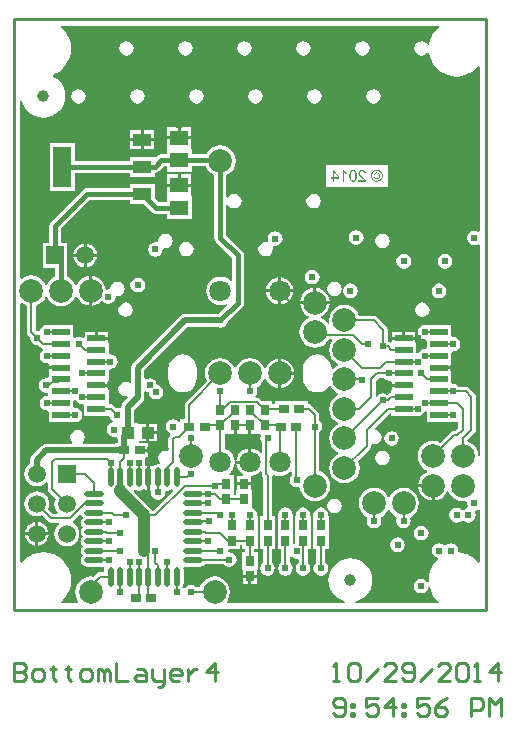
<source format=gbl>
%FSLAX25Y25*%
%MOIN*%
G70*
G01*
G75*
G04 Layer_Physical_Order=4*
G04 Layer_Color=16711680*
%ADD10C,0.03937*%
%ADD11R,0.01575X0.02756*%
%ADD12C,0.07874*%
%ADD13C,0.00591*%
%ADD14C,0.01000*%
%ADD15R,0.05906X0.05906*%
%ADD16C,0.05906*%
%ADD17R,0.05906X0.05906*%
%ADD18C,0.07087*%
%ADD19C,0.02441*%
%ADD20C,0.01969*%
%ADD21C,0.04000*%
%ADD22C,0.11024*%
%ADD23C,0.04762*%
%ADD24O,0.09449X0.12598*%
%ADD25C,0.06299*%
%ADD26C,0.03543*%
%ADD27R,0.02756X0.03543*%
%ADD28R,0.03543X0.02756*%
%ADD29R,0.06102X0.04331*%
%ADD30R,0.06102X0.04331*%
%ADD31R,0.06102X0.13583*%
%ADD32O,0.06496X0.02165*%
%ADD33O,0.02165X0.06496*%
%ADD34R,0.05906X0.05118*%
%ADD35R,0.07087X0.03150*%
%ADD36R,0.05906X0.02362*%
%ADD37R,0.04331X0.03937*%
%ADD38C,0.01575*%
%ADD39C,0.03937*%
G36*
X-75416Y23088D02*
X-74340Y22643D01*
Y13780D01*
X-74225Y13204D01*
X-73899Y12715D01*
X-73262Y12078D01*
X-73315Y11811D01*
X-73128Y10874D01*
X-72598Y10080D01*
X-71803Y9549D01*
X-70866Y9362D01*
X-70599Y9415D01*
X-69962Y8778D01*
X-69474Y8452D01*
X-69168Y8391D01*
X-69063Y7860D01*
X-69397Y7637D01*
X-69928Y6842D01*
X-70114Y5906D01*
X-69928Y4968D01*
X-69397Y4174D01*
X-68602Y3643D01*
X-67665Y3457D01*
X-67445Y3501D01*
X-66945Y3130D01*
Y2468D01*
X-62992D01*
Y1469D01*
X-66945D01*
Y394D01*
X-67126D01*
Y-1251D01*
X-67513Y-1568D01*
X-67913Y-1488D01*
X-68850Y-1675D01*
X-69645Y-2206D01*
X-70176Y-3000D01*
X-70362Y-3937D01*
X-70176Y-4874D01*
X-69645Y-5668D01*
X-68850Y-6199D01*
X-67913Y-6386D01*
X-67642Y-6332D01*
X-67228Y-6671D01*
Y-7075D01*
X-67626Y-7402D01*
X-67665Y-7394D01*
X-68602Y-7580D01*
X-69397Y-8111D01*
X-69928Y-8906D01*
X-70114Y-9843D01*
X-69928Y-10780D01*
X-69397Y-11574D01*
X-68602Y-12105D01*
X-67665Y-12291D01*
X-67626Y-12283D01*
X-67126Y-12694D01*
Y-16142D01*
X-58858D01*
Y-16142D01*
X-58838Y-16125D01*
X-58319Y-16228D01*
X-57382Y-16042D01*
X-56587Y-15511D01*
X-56057Y-14717D01*
X-55870Y-13780D01*
X-56057Y-12843D01*
X-56587Y-12048D01*
X-57382Y-11517D01*
X-58319Y-11331D01*
X-58472Y-11361D01*
X-58858Y-11044D01*
Y-9052D01*
X-58380Y-8704D01*
X-58119Y-8797D01*
X-58117Y-8811D01*
X-57586Y-9606D01*
X-56791Y-10136D01*
X-55854Y-10323D01*
X-55815Y-10315D01*
X-55315Y-10725D01*
Y-14173D01*
X-47047D01*
X-47047Y-14173D01*
Y-14173D01*
D01*
X-46623Y-14367D01*
X-46554Y-14717D01*
X-46023Y-15511D01*
X-45584Y-15804D01*
X-45690Y-16335D01*
X-46213Y-16439D01*
X-47007Y-16969D01*
X-47538Y-17764D01*
X-47724Y-18701D01*
X-47538Y-19638D01*
X-47007Y-20432D01*
X-46213Y-20963D01*
X-45276Y-21149D01*
X-44637Y-21022D01*
X-44460Y-21094D01*
X-44173Y-21408D01*
X-44222Y-21654D01*
X-44137Y-22081D01*
Y-23031D01*
X-44882D01*
Y-23383D01*
X-55517D01*
X-55667Y-22883D01*
X-55194Y-22176D01*
X-55009Y-21247D01*
X-55194Y-20318D01*
X-55721Y-19530D01*
X-56508Y-19004D01*
X-57437Y-18819D01*
X-58366Y-19004D01*
X-59154Y-19530D01*
X-59680Y-20318D01*
X-59865Y-21247D01*
X-59680Y-22176D01*
X-59208Y-22883D01*
X-59358Y-23383D01*
X-67913D01*
X-68758Y-23551D01*
X-69475Y-24029D01*
X-72585Y-27140D01*
X-73063Y-27856D01*
X-73231Y-28701D01*
Y-29948D01*
X-73972Y-30516D01*
X-74634Y-31380D01*
X-75051Y-32385D01*
X-75193Y-33465D01*
X-75051Y-34544D01*
X-74634Y-35549D01*
X-73972Y-36413D01*
X-73108Y-37075D01*
X-72103Y-37492D01*
X-71024Y-37634D01*
X-69945Y-37492D01*
X-68939Y-37075D01*
X-68075Y-36413D01*
X-67924Y-36215D01*
X-67450Y-36376D01*
Y-38543D01*
X-67336Y-39119D01*
X-67009Y-39608D01*
X-66025Y-40592D01*
X-64811Y-41806D01*
X-65051Y-42385D01*
X-65193Y-43465D01*
X-65051Y-44544D01*
X-64635Y-45549D01*
X-64118Y-46223D01*
X-64359Y-46723D01*
X-65636D01*
X-67236Y-45123D01*
X-66996Y-44544D01*
X-66854Y-43465D01*
X-66996Y-42385D01*
X-67413Y-41380D01*
X-68075Y-40516D01*
X-68939Y-39854D01*
X-69945Y-39437D01*
X-71024Y-39295D01*
X-72103Y-39437D01*
X-73108Y-39854D01*
X-73972Y-40516D01*
X-74634Y-41380D01*
X-75051Y-42385D01*
X-75193Y-43465D01*
X-75051Y-44544D01*
X-74634Y-45549D01*
X-73972Y-46413D01*
X-73108Y-47076D01*
X-72103Y-47492D01*
X-71024Y-47634D01*
X-69945Y-47492D01*
X-69365Y-47252D01*
X-67324Y-49293D01*
X-66836Y-49619D01*
X-66260Y-49734D01*
X-63773D01*
X-63604Y-50234D01*
X-63972Y-50516D01*
X-64635Y-51380D01*
X-65051Y-52385D01*
X-65193Y-53465D01*
X-65051Y-54544D01*
X-64635Y-55549D01*
X-63972Y-56413D01*
X-63108Y-57076D01*
X-62103Y-57492D01*
X-61024Y-57634D01*
X-59944Y-57492D01*
X-58939Y-57076D01*
X-58075Y-56413D01*
X-57413Y-55549D01*
X-56996Y-54544D01*
X-56854Y-53465D01*
X-56996Y-52385D01*
X-57413Y-51380D01*
X-58075Y-50516D01*
X-58939Y-49854D01*
X-58979Y-49296D01*
X-58975Y-49293D01*
X-56767Y-47085D01*
X-56288Y-47230D01*
X-56266Y-47340D01*
X-55804Y-48031D01*
X-56266Y-48723D01*
X-56442Y-49606D01*
X-56266Y-50490D01*
X-55804Y-51181D01*
X-56266Y-51873D01*
X-56442Y-52756D01*
X-56266Y-53639D01*
X-55804Y-54331D01*
X-56266Y-55022D01*
X-56442Y-55905D01*
X-56266Y-56789D01*
X-55804Y-57480D01*
X-56266Y-58172D01*
X-56442Y-59055D01*
X-56266Y-59938D01*
X-55804Y-60630D01*
X-56266Y-61321D01*
X-56442Y-62205D01*
X-56266Y-63088D01*
X-55766Y-63837D01*
X-55017Y-64337D01*
X-54134Y-64513D01*
X-49803D01*
X-48977Y-64349D01*
X-48770Y-64519D01*
X-48601Y-64725D01*
X-48765Y-65551D01*
Y-66211D01*
X-50000D01*
X-50576Y-66326D01*
X-51064Y-66652D01*
X-52209Y-67796D01*
X-53150Y-67672D01*
X-54486Y-67848D01*
X-55731Y-68364D01*
X-56800Y-69184D01*
X-57620Y-70253D01*
X-58136Y-71499D01*
X-58312Y-72835D01*
X-58136Y-74171D01*
X-57620Y-75416D01*
X-57160Y-76016D01*
X-57406Y-76516D01*
X-62855D01*
X-63023Y-76046D01*
X-62324Y-75471D01*
X-61168Y-74063D01*
X-60309Y-72455D01*
X-59780Y-70711D01*
X-59601Y-68898D01*
X-59780Y-67084D01*
X-60309Y-65340D01*
X-61168Y-63733D01*
X-62324Y-62324D01*
X-63733Y-61168D01*
X-65340Y-60309D01*
X-67084Y-59780D01*
X-68898Y-59601D01*
X-70711Y-59780D01*
X-72455Y-60309D01*
X-74063Y-61168D01*
X-75471Y-62324D01*
X-76046Y-63023D01*
X-76516Y-62855D01*
Y23303D01*
X-76016Y23549D01*
X-75416Y23088D01*
D02*
G37*
G36*
X44776Y-1731D02*
X45571Y-2262D01*
X46508Y-2449D01*
X46728Y-2405D01*
X47228Y-2776D01*
Y-3437D01*
X51181D01*
Y-4437D01*
X47228D01*
Y-5512D01*
X47047D01*
Y-6375D01*
X46501Y-6483D01*
X46012Y-6810D01*
X45791Y-7031D01*
X45351Y-6738D01*
X44414Y-6551D01*
X43477Y-6738D01*
X42683Y-7269D01*
X42360Y-7752D01*
X41860Y-7601D01*
Y-4546D01*
Y-2592D01*
X42946Y-1505D01*
X44625D01*
X44776Y-1731D01*
D02*
G37*
G36*
X63023Y115416D02*
X62324Y114841D01*
X61168Y113433D01*
X60309Y111825D01*
X59780Y110081D01*
X59750Y109782D01*
X59235Y109653D01*
X58929Y110110D01*
X58142Y110637D01*
X57213Y110821D01*
X56283Y110637D01*
X55496Y110110D01*
X54970Y109323D01*
X54785Y108394D01*
X54970Y107465D01*
X55496Y106677D01*
X56283Y106151D01*
X57213Y105966D01*
X58142Y106151D01*
X58929Y106677D01*
X59213Y107102D01*
X59728Y106973D01*
X59780Y106454D01*
X60309Y104710D01*
X61168Y103103D01*
X62324Y101694D01*
X63733Y100538D01*
X65340Y99679D01*
X67084Y99150D01*
X68898Y98971D01*
X70711Y99150D01*
X72455Y99679D01*
X74063Y100538D01*
X75471Y101694D01*
X76046Y102393D01*
X76516Y102225D01*
Y47428D01*
X76075Y47192D01*
X75740Y47416D01*
X74803Y47602D01*
X73866Y47416D01*
X73072Y46885D01*
X72541Y46091D01*
X72355Y45154D01*
X72541Y44217D01*
X73072Y43422D01*
X73866Y42891D01*
X74803Y42705D01*
X75740Y42891D01*
X76075Y43115D01*
X76516Y42880D01*
Y-27435D01*
X76016Y-27467D01*
X75853Y-26223D01*
X75337Y-24978D01*
X74516Y-23909D01*
X73447Y-23088D01*
X72534Y-22710D01*
X72468Y-22181D01*
X74883Y-19765D01*
X75210Y-19277D01*
X75324Y-18701D01*
Y-7874D01*
X75210Y-7298D01*
X74883Y-6810D01*
X72915Y-4841D01*
X72426Y-4515D01*
X71850Y-4400D01*
X69548D01*
X69397Y-4174D01*
X68602Y-3643D01*
X67665Y-3457D01*
X67513Y-3487D01*
X67126Y-3170D01*
Y394D01*
X66945D01*
Y1469D01*
X62992D01*
Y2468D01*
X66945D01*
Y3543D01*
X67126D01*
Y6991D01*
X67626Y7402D01*
X67665Y7394D01*
X68602Y7580D01*
X69397Y8111D01*
X69928Y8906D01*
X70114Y9843D01*
X69928Y10780D01*
X69397Y11574D01*
X68602Y12105D01*
X67665Y12291D01*
X67513Y12261D01*
X67126Y12578D01*
Y16142D01*
X58858D01*
Y16142D01*
X58838Y16125D01*
X58319Y16228D01*
X57382Y16042D01*
X56587Y15511D01*
X56057Y14717D01*
X55870Y13780D01*
X56057Y12843D01*
X56587Y12048D01*
X57382Y11517D01*
X58319Y11331D01*
X58358Y11339D01*
X58858Y10928D01*
Y8641D01*
X58472Y8324D01*
X58319Y8354D01*
X57382Y8168D01*
X56587Y7637D01*
X56057Y6843D01*
X56054Y6829D01*
X55793Y6735D01*
X55315Y7083D01*
Y10236D01*
X55134D01*
Y11311D01*
X47228D01*
Y10524D01*
X46802Y10296D01*
X46593Y10347D01*
X46527Y10391D01*
X46350Y10426D01*
X46146Y10732D01*
X45919Y10883D01*
Y14641D01*
X45805Y15217D01*
X45479Y15705D01*
X42403Y18781D01*
X41915Y19107D01*
X41339Y19222D01*
X36412D01*
X35967Y20298D01*
X35146Y21367D01*
X34077Y22187D01*
X32832Y22703D01*
X31496Y22879D01*
X30160Y22703D01*
X28915Y22187D01*
X27846Y21367D01*
X27025Y20298D01*
X26510Y19053D01*
X26334Y17717D01*
X26462Y16742D01*
X25984Y16544D01*
X25304Y17430D01*
X24235Y18250D01*
X23563Y18528D01*
Y19069D01*
X24143Y19310D01*
X25175Y20101D01*
X25966Y21132D01*
X26463Y22333D01*
X26567Y23122D01*
X16740D01*
X16844Y22333D01*
X17341Y21132D01*
X18132Y20101D01*
X19164Y19310D01*
X19744Y19069D01*
Y18528D01*
X19072Y18250D01*
X18003Y17430D01*
X17183Y16361D01*
X16667Y15116D01*
X16491Y13780D01*
X16667Y12443D01*
X17183Y11198D01*
X18003Y10129D01*
X19072Y9309D01*
X20317Y8793D01*
X21654Y8617D01*
X22990Y8793D01*
X24235Y9309D01*
X25304Y10129D01*
X26124Y11198D01*
X26203Y11388D01*
X27176D01*
X27397Y10940D01*
X27025Y10455D01*
X26510Y9210D01*
X26334Y7874D01*
X26510Y6538D01*
X27025Y5293D01*
X27846Y4224D01*
X28915Y3403D01*
X29399Y3203D01*
Y2703D01*
X28915Y2502D01*
X27846Y1682D01*
X27648Y1425D01*
X27586Y1446D01*
X27196Y1656D01*
X27044Y2808D01*
X26568Y3957D01*
X25810Y4944D01*
X24824Y5702D01*
X23674Y6178D01*
X22441Y6340D01*
X21208Y6178D01*
X20058Y5702D01*
X19072Y4944D01*
X18314Y3957D01*
X17838Y2808D01*
X17676Y1575D01*
Y-1575D01*
X17838Y-2808D01*
X18314Y-3957D01*
X19072Y-4944D01*
X20058Y-5702D01*
X21208Y-6178D01*
X22441Y-6340D01*
X23674Y-6178D01*
X24824Y-5702D01*
X25810Y-4944D01*
X26354Y-4236D01*
X26927Y-4311D01*
X27025Y-4550D01*
X27846Y-5619D01*
X28915Y-6439D01*
X29399Y-6640D01*
Y-7140D01*
X28915Y-7340D01*
X27846Y-8161D01*
X27025Y-9230D01*
X26510Y-10475D01*
X26334Y-11811D01*
X26510Y-13147D01*
X27025Y-14392D01*
X27846Y-15461D01*
X28915Y-16282D01*
X29399Y-16482D01*
Y-16982D01*
X28915Y-17183D01*
X27846Y-18003D01*
X27025Y-19072D01*
X26510Y-20317D01*
X26334Y-21654D01*
X26510Y-22990D01*
X27025Y-24235D01*
X27846Y-25304D01*
X28915Y-26124D01*
X29399Y-26325D01*
Y-26825D01*
X28915Y-27025D01*
X27846Y-27846D01*
X27025Y-28915D01*
X26510Y-30160D01*
X26334Y-31496D01*
X26510Y-32832D01*
X27025Y-34077D01*
X27846Y-35146D01*
X28915Y-35967D01*
X30160Y-36482D01*
X31496Y-36658D01*
X32832Y-36482D01*
X34077Y-35967D01*
X35146Y-35146D01*
X35967Y-34077D01*
X36482Y-32832D01*
X36658Y-31496D01*
X36482Y-30160D01*
X36037Y-29084D01*
X40022Y-25099D01*
X40348Y-24611D01*
X40463Y-24035D01*
Y-23990D01*
X40963Y-23580D01*
X41437Y-23674D01*
X42366Y-23490D01*
X43154Y-22963D01*
X43680Y-22176D01*
X43865Y-21247D01*
X43680Y-20318D01*
X43154Y-19530D01*
X42366Y-19004D01*
X41691Y-18869D01*
X41523Y-18331D01*
X46537Y-13316D01*
X47047D01*
Y-14173D01*
X55315D01*
Y-14173D01*
X55335Y-14156D01*
X55854Y-14260D01*
X56791Y-14073D01*
X57586Y-13542D01*
X58117Y-12748D01*
X58119Y-12734D01*
X58380Y-12641D01*
X58858Y-12989D01*
Y-16142D01*
X67126D01*
Y-16142D01*
X67146Y-16125D01*
X67665Y-16228D01*
X68602Y-16042D01*
X68920Y-15830D01*
X69361Y-16065D01*
Y-18077D01*
X68274Y-19164D01*
X67913D01*
X67337Y-19279D01*
X66849Y-19605D01*
X63436Y-23018D01*
X62360Y-22573D01*
X61024Y-22397D01*
X59688Y-22573D01*
X58442Y-23088D01*
X57373Y-23909D01*
X56553Y-24978D01*
X56037Y-26223D01*
X55861Y-27559D01*
X56037Y-28895D01*
X56553Y-30140D01*
X57373Y-31209D01*
X58442Y-32030D01*
X59114Y-32308D01*
Y-32849D01*
X58534Y-33089D01*
X57503Y-33880D01*
X56711Y-34912D01*
X56214Y-36113D01*
X56110Y-36902D01*
X61024D01*
Y-37402D01*
X61524D01*
Y-42315D01*
X62312Y-42211D01*
X63513Y-41714D01*
X64545Y-40923D01*
X65336Y-39891D01*
X65576Y-39312D01*
X66118D01*
X66395Y-39983D01*
X67216Y-41052D01*
X68285Y-41872D01*
X69530Y-42388D01*
X70866Y-42564D01*
X72023Y-42412D01*
X72383Y-42708D01*
X72450Y-42827D01*
X72355Y-43307D01*
X72541Y-44244D01*
X72600Y-44332D01*
X72370Y-44888D01*
X71898Y-44982D01*
X71191Y-45454D01*
X70866Y-45492D01*
X70541Y-45454D01*
X69835Y-44982D01*
X68898Y-44796D01*
X67961Y-44982D01*
X67166Y-45513D01*
X66635Y-46307D01*
X66449Y-47244D01*
X66635Y-48181D01*
X67166Y-48976D01*
X67961Y-49506D01*
X68898Y-49693D01*
X69835Y-49506D01*
X70541Y-49034D01*
X70866Y-48996D01*
X71191Y-49034D01*
X71898Y-49506D01*
X72835Y-49693D01*
X73772Y-49506D01*
X74566Y-48976D01*
X75097Y-48181D01*
X75283Y-47244D01*
X75097Y-46307D01*
X75038Y-46219D01*
X75268Y-45663D01*
X75740Y-45569D01*
X76075Y-45345D01*
X76516Y-45581D01*
Y-62855D01*
X76046Y-63023D01*
X75471Y-62324D01*
X74063Y-61168D01*
X72455Y-60309D01*
X70711Y-59780D01*
X69633Y-59673D01*
X69335Y-59272D01*
X69378Y-59055D01*
X69191Y-58118D01*
X68661Y-57324D01*
X67866Y-56793D01*
X66929Y-56607D01*
X65992Y-56793D01*
X65286Y-57265D01*
X64961Y-57303D01*
X64636Y-57265D01*
X63929Y-56793D01*
X62992Y-56607D01*
X62055Y-56793D01*
X61261Y-57324D01*
X60730Y-58118D01*
X60544Y-59055D01*
X60730Y-59992D01*
X61261Y-60787D01*
X62055Y-61317D01*
X62624Y-61431D01*
X62759Y-61967D01*
X62324Y-62324D01*
X61168Y-63733D01*
X60309Y-65340D01*
X59780Y-67084D01*
X59601Y-68898D01*
X59660Y-69494D01*
X59174Y-69668D01*
X58818Y-69135D01*
X58024Y-68604D01*
X57087Y-68418D01*
X56150Y-68604D01*
X55355Y-69135D01*
X54824Y-69929D01*
X54638Y-70866D01*
X54824Y-71803D01*
X55355Y-72598D01*
X56150Y-73128D01*
X57087Y-73315D01*
X58024Y-73128D01*
X58818Y-72598D01*
X59349Y-71803D01*
X59444Y-71327D01*
X59958Y-71301D01*
X60309Y-72455D01*
X61168Y-74063D01*
X62324Y-75471D01*
X63023Y-76046D01*
X62855Y-76516D01*
X35162D01*
X35088Y-76016D01*
X36265Y-75659D01*
X37531Y-74983D01*
X38640Y-74073D01*
X39550Y-72964D01*
X40226Y-71698D01*
X40643Y-70325D01*
X40783Y-68898D01*
X40643Y-67470D01*
X40226Y-66097D01*
X39550Y-64832D01*
X38640Y-63722D01*
X37531Y-62812D01*
X36265Y-62136D01*
X34892Y-61720D01*
X33465Y-61579D01*
X32037Y-61720D01*
X30664Y-62136D01*
X29399Y-62812D01*
X28289Y-63722D01*
X27379Y-64832D01*
X26703Y-66097D01*
X26287Y-67470D01*
X26146Y-68898D01*
X26287Y-70325D01*
X26703Y-71698D01*
X27379Y-72964D01*
X28289Y-74073D01*
X29399Y-74983D01*
X30664Y-75659D01*
X31841Y-76016D01*
X31767Y-76516D01*
X-7555D01*
X-7801Y-76016D01*
X-7340Y-75416D01*
X-6825Y-74171D01*
X-6649Y-72835D01*
X-6825Y-71499D01*
X-7340Y-70253D01*
X-8161Y-69184D01*
X-9230Y-68364D01*
X-10475Y-67848D01*
X-11811Y-67672D01*
X-13147Y-67848D01*
X-14392Y-68364D01*
X-15461Y-69184D01*
X-16282Y-70253D01*
X-16727Y-71329D01*
X-17803D01*
X-17954Y-71103D01*
X-18748Y-70572D01*
X-19685Y-70386D01*
X-20622Y-70572D01*
X-21417Y-71103D01*
X-21715Y-71551D01*
X-22255Y-71525D01*
X-22505Y-71106D01*
X-22277Y-70765D01*
X-22101Y-69882D01*
Y-65551D01*
X-22266Y-64725D01*
X-22096Y-64519D01*
X-21889Y-64349D01*
X-21063Y-64513D01*
X-16732D01*
X-15849Y-64337D01*
X-15100Y-63837D01*
X-14884Y-63513D01*
X-8772D01*
X-8621Y-63739D01*
X-7827Y-64270D01*
X-6890Y-64456D01*
X-5953Y-64270D01*
X-5158Y-63739D01*
X-4628Y-62945D01*
X-4441Y-62008D01*
X-4628Y-61071D01*
X-5158Y-60276D01*
X-5953Y-59746D01*
X-6890Y-59559D01*
X-7078Y-59597D01*
X-7431Y-59243D01*
X-7394Y-59055D01*
X-7395Y-59048D01*
X-7078Y-58661D01*
X-3347D01*
Y-57214D01*
X-2559D01*
Y-58661D01*
X-1505D01*
Y-59449D01*
X-2559D01*
Y-65354D01*
X-2378D01*
Y-67020D01*
X2378D01*
Y-65354D01*
X2559D01*
Y-59449D01*
X1505D01*
Y-58661D01*
X2559D01*
Y-53543D01*
Y-48103D01*
X2559Y-47638D01*
X2559D01*
X2559Y-47638D01*
X2498Y-47413D01*
X2437Y-47188D01*
X2354Y-46768D01*
X2262Y-46307D01*
X1731Y-45513D01*
X1031Y-45045D01*
X1025Y-45041D01*
X1025Y-45041D01*
X937Y-44982D01*
X789Y-44939D01*
X591Y-44882D01*
X591D01*
X591Y-44882D01*
Y-38976D01*
X410D01*
Y-37311D01*
X-4346D01*
Y-38976D01*
X-4528D01*
Y-40424D01*
X-5315D01*
Y-39764D01*
Y-33858D01*
X-6904D01*
X-7074Y-33358D01*
X-6473Y-32897D01*
X-5716Y-31910D01*
X-5240Y-30761D01*
X-5077Y-29528D01*
X-5240Y-28294D01*
X-5716Y-27145D01*
X-6473Y-26158D01*
X-7460Y-25401D01*
X-8337Y-25037D01*
Y-20276D01*
X-7283D01*
Y-20095D01*
X-5421D01*
Y-17323D01*
X-4421D01*
Y-20095D01*
X-2543D01*
Y-20095D01*
X-2378D01*
Y-20095D01*
X-500D01*
Y-17323D01*
X500D01*
Y-20095D01*
X2362D01*
Y-20276D01*
X3408D01*
X3584Y-20606D01*
X3632Y-20776D01*
X3457Y-21654D01*
X3643Y-22591D01*
X3908Y-22987D01*
Y-26380D01*
X3435Y-26540D01*
X3240Y-26287D01*
X2291Y-25559D01*
X1186Y-25101D01*
X500Y-25011D01*
Y-29528D01*
X0D01*
Y-30028D01*
X-4517D01*
X-4426Y-30714D01*
X-3969Y-31819D01*
X-3240Y-32768D01*
X-2291Y-33496D01*
X-2187Y-33539D01*
X-2286Y-34039D01*
X-4346D01*
Y-36311D01*
X410D01*
Y-34056D01*
X1186Y-33954D01*
X2291Y-33496D01*
X3240Y-32768D01*
X3435Y-32515D01*
X3908Y-32675D01*
Y-33465D01*
X4023Y-34041D01*
X4349Y-34529D01*
X4400Y-34580D01*
Y-47638D01*
X3347D01*
Y-53543D01*
Y-58661D01*
X4400D01*
Y-63078D01*
X4174Y-63229D01*
X3643Y-64024D01*
X3457Y-64961D01*
X3643Y-65898D01*
X4174Y-66692D01*
X4969Y-67223D01*
X5906Y-67409D01*
X6843Y-67223D01*
X7637Y-66692D01*
X8168Y-65898D01*
X8354Y-64961D01*
X8168Y-64024D01*
X7637Y-63229D01*
X7411Y-63078D01*
Y-58661D01*
X8465D01*
Y-53543D01*
Y-47638D01*
X7411D01*
Y-34175D01*
X7801Y-33859D01*
X7896Y-33835D01*
X8609Y-34130D01*
X9843Y-34293D01*
X11076Y-34130D01*
X12225Y-33654D01*
X13212Y-32897D01*
X13376Y-32684D01*
X13849Y-32845D01*
Y-33952D01*
X13486Y-34496D01*
X13299Y-35433D01*
X13486Y-36370D01*
X14017Y-37165D01*
X14811Y-37695D01*
X15748Y-37882D01*
X16175Y-37797D01*
X16582Y-38088D01*
X16667Y-38738D01*
X17183Y-39983D01*
X18003Y-41052D01*
X19072Y-41872D01*
X20317Y-42388D01*
X21654Y-42564D01*
X22990Y-42388D01*
X24235Y-41872D01*
X25304Y-41052D01*
X26124Y-39983D01*
X26640Y-38738D01*
X26816Y-37402D01*
X26640Y-36066D01*
X26124Y-34820D01*
X25304Y-33751D01*
X24235Y-32931D01*
X23159Y-32485D01*
Y-19599D01*
X23385Y-19448D01*
X23916Y-18654D01*
X24102Y-17717D01*
X23916Y-16780D01*
X23385Y-15985D01*
X23159Y-15834D01*
Y-13780D01*
X23044Y-13204D01*
X22718Y-12715D01*
X20749Y-10747D01*
X20261Y-10420D01*
X19685Y-10306D01*
X19291D01*
Y-9252D01*
X8268D01*
Y-10306D01*
X7480D01*
Y-9252D01*
X4097D01*
X3328Y-8483D01*
X2840Y-8157D01*
X2264Y-8042D01*
X1957D01*
X1795Y-7542D01*
X2262Y-6843D01*
X2449Y-5906D01*
X2262Y-4969D01*
X2389Y-4550D01*
X2581Y-4471D01*
X3650Y-3650D01*
X4471Y-2581D01*
X4749Y-1910D01*
X5290D01*
X5530Y-2490D01*
X6321Y-3521D01*
X7353Y-4312D01*
X8554Y-4810D01*
X9342Y-4914D01*
Y0D01*
Y4914D01*
X8554Y4810D01*
X7353Y4312D01*
X6321Y3521D01*
X5530Y2490D01*
X5290Y1910D01*
X4749D01*
X4471Y2581D01*
X3650Y3650D01*
X2581Y4471D01*
X1336Y4986D01*
X0Y5162D01*
X-1336Y4986D01*
X-2581Y4471D01*
X-3650Y3650D01*
X-4471Y2581D01*
X-4671Y2097D01*
X-5171D01*
X-5372Y2581D01*
X-6192Y3650D01*
X-7261Y4471D01*
X-8506Y4986D01*
X-9843Y5162D01*
X-11179Y4986D01*
X-12424Y4471D01*
X-13493Y3650D01*
X-14313Y2581D01*
X-14829Y1336D01*
X-15005Y0D01*
X-14829Y-1336D01*
X-14383Y-2412D01*
X-21340Y-9369D01*
X-21666Y-9857D01*
X-21781Y-10433D01*
Y-15157D01*
X-23228D01*
Y-16029D01*
X-23728Y-16181D01*
X-23859Y-15985D01*
X-24654Y-15454D01*
X-25591Y-15268D01*
X-26528Y-15454D01*
X-27322Y-15985D01*
X-27853Y-16780D01*
X-28039Y-17717D01*
X-27853Y-18654D01*
X-27322Y-19448D01*
X-26662Y-19889D01*
X-26518Y-20452D01*
X-26772Y-20707D01*
X-27099Y-21195D01*
X-27213Y-21771D01*
Y-24603D01*
X-27099Y-25179D01*
X-27096Y-25183D01*
Y-25503D01*
X-27596Y-25881D01*
X-28190Y-25763D01*
X-29120Y-25948D01*
X-29907Y-26474D01*
X-30433Y-27261D01*
X-30618Y-28190D01*
X-30433Y-29120D01*
X-29973Y-29809D01*
X-30142Y-30178D01*
X-30221Y-30269D01*
X-30709Y-30172D01*
X-31592Y-30348D01*
X-32341Y-30848D01*
X-32504Y-30881D01*
X-33046Y-30518D01*
X-33358Y-30456D01*
Y-34646D01*
Y-39027D01*
X-33093Y-39292D01*
X-33157Y-39614D01*
X-32971Y-40551D01*
X-32440Y-41346D01*
X-31646Y-41876D01*
X-30709Y-42063D01*
X-29772Y-41876D01*
X-28977Y-41346D01*
X-28446Y-40551D01*
X-28260Y-39614D01*
X-28304Y-39395D01*
X-27950Y-39041D01*
X-27559Y-39119D01*
X-26676Y-38943D01*
X-26069Y-38538D01*
X-25692Y-38752D01*
X-25632Y-39251D01*
X-32116Y-45735D01*
X-32599Y-45688D01*
X-32682Y-45487D01*
X-33187Y-44829D01*
X-38664Y-39351D01*
X-38579Y-38763D01*
X-38343Y-38641D01*
X-37891Y-38943D01*
X-37008Y-39119D01*
X-36125Y-38943D01*
X-35376Y-38443D01*
X-35213Y-38411D01*
X-34671Y-38773D01*
X-34358Y-38835D01*
Y-34646D01*
Y-30264D01*
X-34623Y-29999D01*
X-34559Y-29677D01*
X-34746Y-28740D01*
X-34967Y-28409D01*
X-34731Y-27968D01*
X-34039D01*
Y-26091D01*
X-36811D01*
Y-25091D01*
X-34039D01*
Y-23213D01*
X-36647D01*
X-36836Y-23047D01*
X-36958Y-22713D01*
X-36909Y-22654D01*
X-36902D01*
X-34555D01*
Y-19685D01*
Y-16716D01*
X-36902D01*
X-36977D01*
X-37402Y-16535D01*
X-37459D01*
X-37646Y-16535D01*
X-38540D01*
Y-12135D01*
X-35840Y-9435D01*
X-35362Y-8719D01*
X-35194Y-7874D01*
Y-6200D01*
X-34753Y-5965D01*
X-34402Y-6199D01*
X-33719Y-6335D01*
X-33583Y-7018D01*
X-33052Y-7812D01*
X-32258Y-8343D01*
X-31321Y-8529D01*
X-30384Y-8343D01*
X-29590Y-7812D01*
X-29059Y-7018D01*
X-28872Y-6081D01*
X-29059Y-5144D01*
X-29590Y-4349D01*
X-30384Y-3818D01*
X-31067Y-3683D01*
X-31202Y-3000D01*
X-31733Y-2206D01*
X-32528Y-1675D01*
X-33465Y-1488D01*
X-34402Y-1675D01*
X-34753Y-1909D01*
X-35194Y-1674D01*
Y1054D01*
X-20739Y15509D01*
X-10861D01*
X-10780Y15454D01*
X-9843Y15268D01*
X-8906Y15454D01*
X-8111Y15985D01*
X-7580Y16780D01*
X-7491Y17230D01*
X-2518Y22203D01*
X-2083Y22854D01*
X-2057Y22981D01*
X-1930Y23622D01*
Y39370D01*
X-2057Y40011D01*
X-2083Y40138D01*
X-2518Y40789D01*
X-7835Y46107D01*
Y56126D01*
X-7335Y56277D01*
X-6963Y55721D01*
X-6176Y55194D01*
X-5247Y55009D01*
X-4318Y55194D01*
X-3530Y55721D01*
X-3004Y56508D01*
X-2819Y57437D01*
X-3004Y58366D01*
X-3530Y59154D01*
X-4318Y59680D01*
X-5247Y59865D01*
X-6176Y59680D01*
X-6963Y59154D01*
X-7335Y58597D01*
X-7835Y58749D01*
Y66158D01*
X-7261Y66395D01*
X-6192Y67216D01*
X-5372Y68285D01*
X-4856Y69530D01*
X-4680Y70866D01*
X-4856Y72202D01*
X-5372Y73447D01*
X-6192Y74516D01*
X-7261Y75337D01*
X-8506Y75853D01*
X-9843Y76028D01*
X-11179Y75853D01*
X-12424Y75337D01*
X-13493Y74516D01*
X-14313Y73447D01*
X-14469Y73070D01*
X-19135D01*
X-19488Y73424D01*
Y74559D01*
X-19488Y74746D01*
Y74803D01*
X-19669Y75228D01*
Y75303D01*
Y78043D01*
X-27575D01*
Y75303D01*
Y75228D01*
X-27756Y74803D01*
Y74746D01*
X-27756Y74559D01*
Y73070D01*
X-29528D01*
X-30296Y72917D01*
X-30947Y72482D01*
X-31232Y72197D01*
X-31693Y72244D01*
Y72244D01*
X-31693Y72244D01*
X-40157D01*
Y70905D01*
X-58268D01*
Y76870D01*
X-66732D01*
Y60925D01*
X-58268D01*
Y66891D01*
X-40157D01*
Y65551D01*
X-31693D01*
Y66891D01*
X-30925Y67043D01*
X-30274Y67478D01*
X-28696Y69056D01*
X-27756D01*
Y67323D01*
X-19488D01*
Y69056D01*
X-14633D01*
X-14313Y68285D01*
X-13493Y67216D01*
X-12424Y66395D01*
X-11850Y66158D01*
Y45276D01*
X-11697Y44508D01*
X-11262Y43856D01*
X-5944Y38539D01*
Y31017D01*
X-6418Y30856D01*
X-6473Y30929D01*
X-7460Y31686D01*
X-8609Y32162D01*
X-9843Y32324D01*
X-11076Y32162D01*
X-12225Y31686D01*
X-13212Y30929D01*
X-13969Y29942D01*
X-14445Y28792D01*
X-14608Y27559D01*
X-14445Y26326D01*
X-13969Y25177D01*
X-13212Y24190D01*
X-12225Y23432D01*
X-11076Y22956D01*
X-9843Y22794D01*
X-8609Y22956D01*
X-7823Y23282D01*
X-7539Y22858D01*
X-10329Y20068D01*
X-10780Y19979D01*
X-10861Y19924D01*
X-21654D01*
X-22498Y19756D01*
X-23215Y19278D01*
X-38963Y3530D01*
X-39441Y2813D01*
X-39609Y1969D01*
Y-3003D01*
X-40109Y-3270D01*
X-40508Y-3004D01*
X-41437Y-2819D01*
X-42366Y-3004D01*
X-43154Y-3530D01*
X-43680Y-4318D01*
X-43865Y-5247D01*
X-43680Y-6176D01*
X-43154Y-6963D01*
X-42366Y-7490D01*
X-41437Y-7674D01*
X-40931Y-7574D01*
X-40684Y-8034D01*
X-42309Y-9659D01*
X-42788Y-10376D01*
X-42956Y-11220D01*
Y-11228D01*
X-43456Y-11497D01*
X-44291Y-11331D01*
X-44558Y-11384D01*
X-45195Y-10747D01*
X-45684Y-10420D01*
X-46260Y-10306D01*
X-47047D01*
Y-10236D01*
Y-5512D01*
X-47228D01*
Y-4437D01*
X-51181D01*
Y-3437D01*
X-47228D01*
Y-2362D01*
X-47047D01*
Y1086D01*
X-46547Y1496D01*
X-46508Y1488D01*
X-45571Y1675D01*
X-44776Y2206D01*
X-44246Y3000D01*
X-44059Y3937D01*
X-44246Y4874D01*
X-44776Y5668D01*
X-45571Y6199D01*
X-46508Y6386D01*
X-46661Y6355D01*
X-47047Y6672D01*
Y10236D01*
X-47228D01*
Y11311D01*
X-51181D01*
Y11811D01*
X-51681D01*
Y13992D01*
X-55134D01*
Y12027D01*
X-55634Y11760D01*
X-56150Y12105D01*
X-57086Y12291D01*
X-58024Y12105D01*
X-58358Y11881D01*
X-58858Y12148D01*
Y12205D01*
Y16142D01*
X-67126D01*
Y16142D01*
X-67146Y16125D01*
X-67665Y16228D01*
X-68602Y16042D01*
X-69397Y15511D01*
X-69928Y14717D01*
X-70051Y14097D01*
X-70866Y14260D01*
X-70891Y14255D01*
X-71329Y14631D01*
Y22643D01*
X-70253Y23088D01*
X-69184Y23909D01*
X-68364Y24978D01*
X-68163Y25462D01*
X-67663D01*
X-67463Y24978D01*
X-66642Y23909D01*
X-65573Y23088D01*
X-64328Y22573D01*
X-62992Y22397D01*
X-61656Y22573D01*
X-60411Y23088D01*
X-59342Y23909D01*
X-58521Y24978D01*
X-58244Y25649D01*
X-57702D01*
X-57462Y25069D01*
X-56671Y24038D01*
X-55639Y23247D01*
X-54438Y22749D01*
X-53650Y22645D01*
Y27559D01*
Y32473D01*
X-54438Y32369D01*
X-55639Y31872D01*
X-56671Y31080D01*
X-57462Y30049D01*
X-57702Y29469D01*
X-58244D01*
X-58521Y30140D01*
X-59342Y31209D01*
X-60411Y32030D01*
X-60985Y32267D01*
Y35236D01*
X-60827D01*
Y43504D01*
X-62954D01*
Y48381D01*
X-53499Y57836D01*
X-40157D01*
Y56496D01*
X-35417D01*
X-32817Y53896D01*
X-32166Y53461D01*
X-31398Y53308D01*
X-27756D01*
Y51575D01*
X-19488D01*
Y58811D01*
X-19488Y58998D01*
Y59055D01*
X-19669Y59480D01*
Y59555D01*
Y62295D01*
X-27575D01*
Y59555D01*
Y59480D01*
X-27756Y59055D01*
Y58998D01*
X-27756Y58811D01*
Y57322D01*
X-30566D01*
X-31693Y58449D01*
Y63189D01*
X-40157D01*
Y61850D01*
X-54331D01*
X-55099Y61697D01*
X-55750Y61262D01*
X-66380Y50632D01*
X-66815Y49981D01*
X-66968Y49213D01*
Y43504D01*
X-69095D01*
Y35236D01*
X-64999D01*
Y32267D01*
X-65573Y32030D01*
X-66642Y31209D01*
X-67463Y30140D01*
X-67663Y29656D01*
X-68163D01*
X-68364Y30140D01*
X-69184Y31209D01*
X-70253Y32030D01*
X-71499Y32545D01*
X-72835Y32721D01*
X-74171Y32545D01*
X-75416Y32030D01*
X-76016Y31569D01*
X-76516Y31815D01*
Y90822D01*
X-76016Y90896D01*
X-75659Y89719D01*
X-74983Y88454D01*
X-74073Y87345D01*
X-72964Y86434D01*
X-71698Y85758D01*
X-70325Y85342D01*
X-68898Y85201D01*
X-67470Y85342D01*
X-66097Y85758D01*
X-64832Y86434D01*
X-63722Y87345D01*
X-62812Y88454D01*
X-62136Y89719D01*
X-61720Y91092D01*
X-61579Y92520D01*
X-61720Y93947D01*
X-62136Y95320D01*
X-62812Y96586D01*
X-63722Y97695D01*
X-64832Y98605D01*
X-65674Y99055D01*
X-65620Y99594D01*
X-65340Y99679D01*
X-63733Y100538D01*
X-62324Y101694D01*
X-61168Y103103D01*
X-60309Y104710D01*
X-59780Y106454D01*
X-59601Y108268D01*
X-59780Y110081D01*
X-60309Y111825D01*
X-61168Y113433D01*
X-62324Y114841D01*
X-63023Y115416D01*
X-62855Y115886D01*
X62855D01*
X63023Y115416D01*
D02*
G37*
%LPC*%
G36*
X50681Y13992D02*
X47228D01*
Y12311D01*
X50681D01*
Y13992D01*
D02*
G37*
G36*
X-41437Y23674D02*
X-42366Y23490D01*
X-43154Y22963D01*
X-43680Y22176D01*
X-43865Y21247D01*
X-43680Y20318D01*
X-43154Y19530D01*
X-42366Y19004D01*
X-41437Y18819D01*
X-40508Y19004D01*
X-39720Y19530D01*
X-39194Y20318D01*
X-39009Y21247D01*
X-39194Y22176D01*
X-39720Y22963D01*
X-40508Y23490D01*
X-41437Y23674D01*
D02*
G37*
G36*
X55134Y13992D02*
X51681D01*
Y12311D01*
X55134D01*
Y13992D01*
D02*
G37*
G36*
X-47228Y13992D02*
X-50681D01*
Y12311D01*
X-47228D01*
Y13992D01*
D02*
G37*
G36*
X-22441Y6340D02*
X-23674Y6178D01*
X-24824Y5702D01*
X-25810Y4944D01*
X-26568Y3957D01*
X-27044Y2808D01*
X-27206Y1575D01*
Y-1575D01*
X-27044Y-2808D01*
X-26568Y-3957D01*
X-25810Y-4944D01*
X-24824Y-5702D01*
X-23674Y-6178D01*
X-22441Y-6340D01*
X-21208Y-6178D01*
X-20058Y-5702D01*
X-19072Y-4944D01*
X-18314Y-3957D01*
X-17838Y-2808D01*
X-17676Y-1575D01*
Y1575D01*
X-17838Y2808D01*
X-18314Y3957D01*
X-19072Y4944D01*
X-20058Y5702D01*
X-21208Y6178D01*
X-22441Y6340D01*
D02*
G37*
G36*
X14756Y-500D02*
X10343D01*
Y-4914D01*
X11131Y-4810D01*
X12332Y-4312D01*
X13364Y-3521D01*
X14155Y-2490D01*
X14652Y-1289D01*
X14756Y-500D01*
D02*
G37*
G36*
X10343Y4914D02*
Y500D01*
X14756D01*
X14652Y1289D01*
X14155Y2490D01*
X13364Y3521D01*
X12332Y4312D01*
X11131Y4810D01*
X10343Y4914D01*
D02*
G37*
G36*
X62992Y30008D02*
X62055Y29821D01*
X61261Y29291D01*
X60730Y28496D01*
X60544Y27559D01*
X60730Y26622D01*
X61261Y25828D01*
X62055Y25297D01*
X62992Y25110D01*
X63929Y25297D01*
X64724Y25828D01*
X65254Y26622D01*
X65441Y27559D01*
X65254Y28496D01*
X64724Y29291D01*
X63929Y29821D01*
X62992Y30008D01*
D02*
G37*
G36*
X33465D02*
X32528Y29821D01*
X31733Y29291D01*
X31202Y28496D01*
X31016Y27559D01*
X31202Y26622D01*
X31733Y25828D01*
X32528Y25297D01*
X33465Y25110D01*
X34402Y25297D01*
X35196Y25828D01*
X35727Y26622D01*
X35913Y27559D01*
X35727Y28496D01*
X35196Y29291D01*
X34402Y29821D01*
X33465Y30008D01*
D02*
G37*
G36*
X28190Y30618D02*
X27261Y30433D01*
X26474Y29907D01*
X25948Y29120D01*
X25763Y28190D01*
X25948Y27261D01*
X26474Y26474D01*
X27261Y25948D01*
X28190Y25763D01*
X29120Y25948D01*
X29907Y26474D01*
X30433Y27261D01*
X30618Y28190D01*
X30433Y29120D01*
X29907Y29907D01*
X29120Y30433D01*
X28190Y30618D01*
D02*
G37*
G36*
X-52650Y32473D02*
Y27559D01*
Y22645D01*
X-51861Y22749D01*
X-50660Y23247D01*
X-49673Y24003D01*
X-49498Y24066D01*
X-49105Y24053D01*
X-48976Y23859D01*
X-48181Y23328D01*
X-47244Y23142D01*
X-46307Y23328D01*
X-45513Y23859D01*
X-44982Y24654D01*
X-44796Y25591D01*
X-44552Y25835D01*
X-44190Y25763D01*
X-43261Y25948D01*
X-42474Y26474D01*
X-41948Y27261D01*
X-41763Y28190D01*
X-41948Y29120D01*
X-42474Y29907D01*
X-43261Y30433D01*
X-44190Y30618D01*
X-45120Y30433D01*
X-45907Y29907D01*
X-46433Y29120D01*
X-46573Y28416D01*
X-47052Y28001D01*
X-47244Y28039D01*
X-47717Y27945D01*
X-48273Y28344D01*
X-48340Y28848D01*
X-48837Y30049D01*
X-49628Y31080D01*
X-50660Y31872D01*
X-51861Y32369D01*
X-52650Y32473D01*
D02*
G37*
G36*
X22153Y28536D02*
Y24122D01*
X26567D01*
X26463Y24911D01*
X25966Y26112D01*
X25175Y27143D01*
X24143Y27935D01*
X22942Y28432D01*
X22153Y28536D01*
D02*
G37*
G36*
X9342Y27059D02*
X5326D01*
X5416Y26373D01*
X5874Y25268D01*
X6602Y24319D01*
X7551Y23591D01*
X8657Y23133D01*
X9342Y23042D01*
Y27059D01*
D02*
G37*
G36*
X57437Y23674D02*
X56508Y23490D01*
X55721Y22963D01*
X55194Y22176D01*
X55009Y21247D01*
X55194Y20318D01*
X55721Y19530D01*
X56508Y19004D01*
X57437Y18819D01*
X58366Y19004D01*
X59154Y19530D01*
X59680Y20318D01*
X59865Y21247D01*
X59680Y22176D01*
X59154Y22963D01*
X58366Y23490D01*
X57437Y23674D01*
D02*
G37*
G36*
X21154Y28536D02*
X20365Y28432D01*
X19164Y27935D01*
X18132Y27143D01*
X17341Y26112D01*
X16844Y24911D01*
X16740Y24122D01*
X21154D01*
Y28536D01*
D02*
G37*
G36*
X14359Y27059D02*
X10343D01*
Y23042D01*
X11029Y23133D01*
X12134Y23591D01*
X13083Y24319D01*
X13811Y25268D01*
X14269Y26373D01*
X14359Y27059D01*
D02*
G37*
G36*
X17717Y-44650D02*
X16779Y-44836D01*
X15985Y-45367D01*
X15454Y-46161D01*
X15268Y-47098D01*
X15333Y-47424D01*
X15157Y-47638D01*
X15157D01*
Y-53543D01*
Y-56597D01*
X14833Y-56765D01*
X14370Y-56480D01*
Y-53543D01*
Y-47638D01*
X14370D01*
X14195Y-47424D01*
X14260Y-47098D01*
X14073Y-46161D01*
X13543Y-45367D01*
X12748Y-44836D01*
X11811Y-44650D01*
X10874Y-44836D01*
X10080Y-45367D01*
X9549Y-46161D01*
X9362Y-47098D01*
X9427Y-47424D01*
X9252Y-47638D01*
X9252D01*
Y-53543D01*
Y-58661D01*
X10306D01*
Y-63078D01*
X10080Y-63229D01*
X9549Y-64024D01*
X9362Y-64961D01*
X9549Y-65898D01*
X10080Y-66692D01*
X10874Y-67223D01*
X11811Y-67409D01*
X12748Y-67223D01*
X13543Y-66692D01*
X14073Y-65898D01*
X14260Y-64961D01*
X14073Y-64024D01*
X13543Y-63229D01*
X13316Y-63078D01*
Y-61081D01*
X13816Y-60929D01*
X13879Y-61023D01*
X14673Y-61554D01*
X15610Y-61740D01*
X15825Y-61697D01*
X16211Y-62015D01*
Y-63078D01*
X15985Y-63229D01*
X15454Y-64024D01*
X15268Y-64961D01*
X15454Y-65898D01*
X15985Y-66692D01*
X16780Y-67223D01*
X17717Y-67409D01*
X18654Y-67223D01*
X19448Y-66692D01*
X19979Y-65898D01*
X20165Y-64961D01*
X19979Y-64024D01*
X19448Y-63229D01*
X19222Y-63078D01*
Y-58661D01*
X20276D01*
Y-53543D01*
Y-47638D01*
X20276D01*
X20100Y-47424D01*
X20165Y-47098D01*
X19979Y-46161D01*
X19448Y-45367D01*
X18654Y-44836D01*
X17717Y-44650D01*
D02*
G37*
G36*
X-67103Y-53965D02*
X-70524D01*
Y-57386D01*
X-69992Y-57316D01*
X-69030Y-56917D01*
X-68204Y-56284D01*
X-67571Y-55458D01*
X-67173Y-54497D01*
X-67103Y-53965D01*
D02*
G37*
G36*
X-71524Y-49543D02*
X-72056Y-49614D01*
X-73017Y-50012D01*
X-73843Y-50645D01*
X-74476Y-51471D01*
X-74875Y-52433D01*
X-74945Y-52965D01*
X-71524D01*
Y-49543D01*
D02*
G37*
G36*
X57086Y-50701D02*
X56150Y-50887D01*
X55355Y-51418D01*
X54824Y-52213D01*
X54638Y-53149D01*
X54824Y-54087D01*
X55355Y-54881D01*
X56150Y-55412D01*
X57086Y-55598D01*
X58024Y-55412D01*
X58818Y-54881D01*
X59349Y-54087D01*
X59535Y-53149D01*
X59349Y-52213D01*
X58818Y-51418D01*
X58024Y-50887D01*
X57086Y-50701D01*
D02*
G37*
G36*
X-71524Y-53965D02*
X-74945D01*
X-74875Y-54497D01*
X-74476Y-55458D01*
X-73843Y-56284D01*
X-73017Y-56917D01*
X-72056Y-57316D01*
X-71524Y-57386D01*
Y-53965D01*
D02*
G37*
G36*
X2378Y-68020D02*
X500D01*
Y-70291D01*
X2378D01*
Y-68020D01*
D02*
G37*
G36*
X-500D02*
X-2378D01*
Y-70291D01*
X-500D01*
Y-68020D01*
D02*
G37*
G36*
X49213Y-54638D02*
X48276Y-54824D01*
X47481Y-55355D01*
X46950Y-56150D01*
X46764Y-57087D01*
X46950Y-58024D01*
X47481Y-58818D01*
X48276Y-59349D01*
X49213Y-59535D01*
X50150Y-59349D01*
X50944Y-58818D01*
X51475Y-58024D01*
X51661Y-57087D01*
X51475Y-56150D01*
X50944Y-55355D01*
X50150Y-54824D01*
X49213Y-54638D01*
D02*
G37*
G36*
X23622Y-44650D02*
X22685Y-44836D01*
X21891Y-45367D01*
X21360Y-46161D01*
X21173Y-47098D01*
X21238Y-47424D01*
X21063Y-47638D01*
X21063D01*
Y-53543D01*
Y-58661D01*
X22117D01*
Y-63078D01*
X21891Y-63229D01*
X21360Y-64024D01*
X21173Y-64961D01*
X21360Y-65898D01*
X21891Y-66692D01*
X22685Y-67223D01*
X23622Y-67409D01*
X24559Y-67223D01*
X25354Y-66692D01*
X25884Y-65898D01*
X26071Y-64961D01*
X25884Y-64024D01*
X25354Y-63229D01*
X25127Y-63078D01*
Y-58661D01*
X26181D01*
Y-53543D01*
Y-47638D01*
X26181D01*
X26006Y-47424D01*
X26071Y-47098D01*
X25884Y-46161D01*
X25354Y-45367D01*
X24559Y-44836D01*
X23622Y-44650D01*
D02*
G37*
G36*
X47244Y-19205D02*
X46307Y-19391D01*
X45513Y-19922D01*
X44982Y-20717D01*
X44796Y-21654D01*
X44982Y-22591D01*
X45513Y-23385D01*
X46307Y-23916D01*
X47244Y-24102D01*
X48181Y-23916D01*
X48976Y-23385D01*
X49506Y-22591D01*
X49693Y-21654D01*
X49506Y-20717D01*
X48976Y-19922D01*
X48181Y-19391D01*
X47244Y-19205D01*
D02*
G37*
G36*
X-500Y-25011D02*
X-1186Y-25101D01*
X-2291Y-25559D01*
X-3240Y-26287D01*
X-3969Y-27236D01*
X-4426Y-28341D01*
X-4517Y-29028D01*
X-500D01*
Y-25011D01*
D02*
G37*
G36*
X-33555Y-16716D02*
Y-19185D01*
X-30890D01*
Y-16716D01*
X-33555D01*
D02*
G37*
G36*
X-30890Y-20185D02*
X-33555D01*
Y-22654D01*
X-30890D01*
Y-20185D01*
D02*
G37*
G36*
X44190Y-25763D02*
X43261Y-25948D01*
X42474Y-26474D01*
X41948Y-27261D01*
X41763Y-28190D01*
X41948Y-29120D01*
X42474Y-29907D01*
X43261Y-30433D01*
X44190Y-30618D01*
X45120Y-30433D01*
X45907Y-29907D01*
X46433Y-29120D01*
X46618Y-28190D01*
X46433Y-27261D01*
X45907Y-26474D01*
X45120Y-25948D01*
X44190Y-25763D01*
D02*
G37*
G36*
X28190Y-41763D02*
X27261Y-41948D01*
X26474Y-42474D01*
X25948Y-43261D01*
X25763Y-44190D01*
X25948Y-45120D01*
X26474Y-45907D01*
X27261Y-46433D01*
X28190Y-46618D01*
X29120Y-46433D01*
X29907Y-45907D01*
X30433Y-45120D01*
X30618Y-44190D01*
X30433Y-43261D01*
X29907Y-42474D01*
X29120Y-41948D01*
X28190Y-41763D01*
D02*
G37*
G36*
X-70524Y-49543D02*
Y-52965D01*
X-67103D01*
X-67173Y-52433D01*
X-67571Y-51471D01*
X-68204Y-50645D01*
X-69030Y-50012D01*
X-69992Y-49614D01*
X-70524Y-49543D01*
D02*
G37*
G36*
X51181Y-38145D02*
X49845Y-38321D01*
X48600Y-38836D01*
X47531Y-39657D01*
X46710Y-40726D01*
X46510Y-41210D01*
X46010D01*
X45809Y-40726D01*
X44989Y-39657D01*
X43920Y-38836D01*
X42675Y-38321D01*
X41339Y-38145D01*
X40003Y-38321D01*
X38757Y-38836D01*
X37688Y-39657D01*
X36868Y-40726D01*
X36352Y-41971D01*
X36176Y-43307D01*
X36352Y-44643D01*
X36868Y-45888D01*
X37688Y-46957D01*
X38757Y-47778D01*
X38949Y-47857D01*
X39076Y-48276D01*
X38890Y-49213D01*
X39076Y-50150D01*
X39607Y-50944D01*
X40402Y-51475D01*
X41339Y-51661D01*
X42276Y-51475D01*
X43070Y-50944D01*
X43601Y-50150D01*
X43787Y-49213D01*
X43601Y-48276D01*
X43728Y-47857D01*
X43920Y-47778D01*
X44989Y-46957D01*
X45809Y-45888D01*
X46010Y-45404D01*
X46510D01*
X46710Y-45888D01*
X47531Y-46957D01*
X48600Y-47778D01*
X48792Y-47857D01*
X48919Y-48276D01*
X48733Y-49213D01*
X48919Y-50150D01*
X49450Y-50944D01*
X50244Y-51475D01*
X51181Y-51661D01*
X52118Y-51475D01*
X52912Y-50944D01*
X53443Y-50150D01*
X53630Y-49213D01*
X53443Y-48276D01*
X53570Y-47857D01*
X53762Y-47778D01*
X54831Y-46957D01*
X55652Y-45888D01*
X56168Y-44643D01*
X56343Y-43307D01*
X56168Y-41971D01*
X55652Y-40726D01*
X54831Y-39657D01*
X53762Y-38836D01*
X52517Y-38321D01*
X51181Y-38145D01*
D02*
G37*
G36*
X60524Y-37902D02*
X56110D01*
X56214Y-38690D01*
X56711Y-39891D01*
X57503Y-40923D01*
X58534Y-41714D01*
X59735Y-42211D01*
X60524Y-42315D01*
Y-37902D01*
D02*
G37*
G36*
X-19669Y82102D02*
X-23122D01*
Y79043D01*
X-19669D01*
Y82102D01*
D02*
G37*
G36*
X-24122D02*
X-27575D01*
Y79043D01*
X-24122D01*
Y82102D01*
D02*
G37*
G36*
X-37528Y94822D02*
X-38457Y94637D01*
X-39244Y94110D01*
X-39770Y93323D01*
X-39955Y92394D01*
X-39770Y91465D01*
X-39244Y90677D01*
X-38457Y90151D01*
X-37528Y89966D01*
X-36599Y90151D01*
X-35811Y90677D01*
X-35285Y91465D01*
X-35100Y92394D01*
X-35285Y93323D01*
X-35811Y94110D01*
X-36599Y94637D01*
X-37528Y94822D01*
D02*
G37*
G36*
X-57213D02*
X-58142Y94637D01*
X-58929Y94110D01*
X-59456Y93323D01*
X-59640Y92394D01*
X-59456Y91465D01*
X-58929Y90677D01*
X-58142Y90151D01*
X-57213Y89966D01*
X-56283Y90151D01*
X-55496Y90677D01*
X-54970Y91465D01*
X-54785Y92394D01*
X-54970Y93323D01*
X-55496Y94110D01*
X-56283Y94637D01*
X-57213Y94822D01*
D02*
G37*
G36*
X-31874Y81118D02*
X-35425D01*
Y78453D01*
X-31874D01*
Y81118D01*
D02*
G37*
G36*
X-36425Y77453D02*
X-39976D01*
Y74787D01*
X-36425D01*
Y77453D01*
D02*
G37*
G36*
X-19669Y66354D02*
X-23122D01*
Y63295D01*
X-19669D01*
Y66354D01*
D02*
G37*
G36*
X-36425Y81118D02*
X-39976D01*
Y78453D01*
X-36425D01*
Y81118D01*
D02*
G37*
G36*
X-31874Y77453D02*
X-35425D01*
Y74787D01*
X-31874D01*
Y77453D01*
D02*
G37*
G36*
X-1843Y110821D02*
X-2772Y110637D01*
X-3559Y110110D01*
X-4086Y109323D01*
X-4270Y108394D01*
X-4086Y107465D01*
X-3559Y106677D01*
X-2772Y106151D01*
X-1843Y105966D01*
X-914Y106151D01*
X-126Y106677D01*
X400Y107465D01*
X585Y108394D01*
X400Y109323D01*
X-126Y110110D01*
X-914Y110637D01*
X-1843Y110821D01*
D02*
G37*
G36*
X-21528D02*
X-22457Y110637D01*
X-23244Y110110D01*
X-23771Y109323D01*
X-23955Y108394D01*
X-23771Y107465D01*
X-23244Y106677D01*
X-22457Y106151D01*
X-21528Y105966D01*
X-20598Y106151D01*
X-19811Y106677D01*
X-19285Y107465D01*
X-19100Y108394D01*
X-19285Y109323D01*
X-19811Y110110D01*
X-20598Y110637D01*
X-21528Y110821D01*
D02*
G37*
G36*
X37528D02*
X36599Y110637D01*
X35811Y110110D01*
X35285Y109323D01*
X35100Y108394D01*
X35285Y107465D01*
X35811Y106677D01*
X36599Y106151D01*
X37528Y105966D01*
X38457Y106151D01*
X39244Y106677D01*
X39770Y107465D01*
X39955Y108394D01*
X39770Y109323D01*
X39244Y110110D01*
X38457Y110637D01*
X37528Y110821D01*
D02*
G37*
G36*
X17842D02*
X16914Y110637D01*
X16126Y110110D01*
X15600Y109323D01*
X15415Y108394D01*
X15600Y107465D01*
X16126Y106677D01*
X16914Y106151D01*
X17842Y105966D01*
X18772Y106151D01*
X19559Y106677D01*
X20086Y107465D01*
X20270Y108394D01*
X20086Y109323D01*
X19559Y110110D01*
X18772Y110637D01*
X17842Y110821D01*
D02*
G37*
G36*
X-41213D02*
X-42142Y110637D01*
X-42929Y110110D01*
X-43455Y109323D01*
X-43640Y108394D01*
X-43455Y107465D01*
X-42929Y106677D01*
X-42142Y106151D01*
X-41213Y105966D01*
X-40284Y106151D01*
X-39496Y106677D01*
X-38970Y107465D01*
X-38785Y108394D01*
X-38970Y109323D01*
X-39496Y110110D01*
X-40284Y110637D01*
X-41213Y110821D01*
D02*
G37*
G36*
X1843Y94822D02*
X914Y94637D01*
X126Y94110D01*
X-400Y93323D01*
X-585Y92394D01*
X-400Y91465D01*
X126Y90677D01*
X914Y90151D01*
X1843Y89966D01*
X2772Y90151D01*
X3559Y90677D01*
X4086Y91465D01*
X4270Y92394D01*
X4086Y93323D01*
X3559Y94110D01*
X2772Y94637D01*
X1843Y94822D01*
D02*
G37*
G36*
X-17842D02*
X-18772Y94637D01*
X-19559Y94110D01*
X-20086Y93323D01*
X-20270Y92394D01*
X-20086Y91465D01*
X-19559Y90677D01*
X-18772Y90151D01*
X-17842Y89966D01*
X-16914Y90151D01*
X-16126Y90677D01*
X-15600Y91465D01*
X-15415Y92394D01*
X-15600Y93323D01*
X-16126Y94110D01*
X-16914Y94637D01*
X-17842Y94822D01*
D02*
G37*
G36*
X41213D02*
X40284Y94637D01*
X39496Y94110D01*
X38970Y93323D01*
X38785Y92394D01*
X38970Y91465D01*
X39496Y90677D01*
X40284Y90151D01*
X41213Y89966D01*
X42142Y90151D01*
X42929Y90677D01*
X43455Y91465D01*
X43640Y92394D01*
X43455Y93323D01*
X42929Y94110D01*
X42142Y94637D01*
X41213Y94822D01*
D02*
G37*
G36*
X21528D02*
X20598Y94637D01*
X19811Y94110D01*
X19285Y93323D01*
X19100Y92394D01*
X19285Y91465D01*
X19811Y90677D01*
X20598Y90151D01*
X21528Y89966D01*
X22457Y90151D01*
X23244Y90677D01*
X23771Y91465D01*
X23955Y92394D01*
X23771Y93323D01*
X23244Y94110D01*
X22457Y94637D01*
X21528Y94822D01*
D02*
G37*
G36*
X-55461Y38870D02*
X-58882D01*
X-58812Y38338D01*
X-58413Y37377D01*
X-57780Y36551D01*
X-56954Y35917D01*
X-55993Y35519D01*
X-55461Y35449D01*
Y38870D01*
D02*
G37*
G36*
X64961Y39850D02*
X64024Y39664D01*
X63229Y39133D01*
X62698Y38339D01*
X62512Y37402D01*
X62698Y36465D01*
X63229Y35670D01*
X64024Y35139D01*
X64961Y34953D01*
X65898Y35139D01*
X66692Y35670D01*
X67223Y36465D01*
X67409Y37402D01*
X67223Y38339D01*
X66692Y39133D01*
X65898Y39664D01*
X64961Y39850D01*
D02*
G37*
G36*
X-21247Y43865D02*
X-22176Y43680D01*
X-22963Y43154D01*
X-23490Y42366D01*
X-23674Y41437D01*
X-23490Y40508D01*
X-22963Y39720D01*
X-22176Y39194D01*
X-21247Y39009D01*
X-20318Y39194D01*
X-19530Y39720D01*
X-19004Y40508D01*
X-18819Y41437D01*
X-19004Y42366D01*
X-19530Y43154D01*
X-20318Y43680D01*
X-21247Y43865D01*
D02*
G37*
G36*
X-51040Y38870D02*
X-54461D01*
Y35449D01*
X-53929Y35519D01*
X-52967Y35917D01*
X-52141Y36551D01*
X-51508Y37377D01*
X-51110Y38338D01*
X-51040Y38870D01*
D02*
G37*
G36*
X51279Y39850D02*
X50343Y39664D01*
X49548Y39133D01*
X49017Y38339D01*
X48831Y37402D01*
X49017Y36465D01*
X49548Y35670D01*
X50343Y35139D01*
X51279Y34953D01*
X52217Y35139D01*
X53011Y35670D01*
X53542Y36465D01*
X53728Y37402D01*
X53542Y38339D01*
X53011Y39133D01*
X52217Y39664D01*
X51279Y39850D01*
D02*
G37*
G36*
X9342Y32076D02*
X8657Y31985D01*
X7551Y31528D01*
X6602Y30799D01*
X5874Y29850D01*
X5416Y28745D01*
X5326Y28059D01*
X9342D01*
Y32076D01*
D02*
G37*
G36*
X-37402Y31976D02*
X-38339Y31790D01*
X-39133Y31259D01*
X-39664Y30465D01*
X-39850Y29528D01*
X-39664Y28591D01*
X-39133Y27796D01*
X-38339Y27265D01*
X-37402Y27079D01*
X-36465Y27265D01*
X-35670Y27796D01*
X-35139Y28591D01*
X-34953Y29528D01*
X-35139Y30465D01*
X-35670Y31259D01*
X-36465Y31790D01*
X-37402Y31976D01*
D02*
G37*
G36*
X20768Y34634D02*
X19831Y34447D01*
X19036Y33917D01*
X18506Y33122D01*
X18319Y32185D01*
X18506Y31248D01*
X19036Y30454D01*
X19831Y29923D01*
X20768Y29736D01*
X21705Y29923D01*
X22499Y30454D01*
X23030Y31248D01*
X23216Y32185D01*
X23030Y33122D01*
X22499Y33917D01*
X21705Y34447D01*
X20768Y34634D01*
D02*
G37*
G36*
X10343Y32076D02*
Y28059D01*
X14359D01*
X14269Y28745D01*
X13811Y29850D01*
X13083Y30799D01*
X12134Y31528D01*
X11029Y31985D01*
X10343Y32076D01*
D02*
G37*
G36*
X21247Y59865D02*
X20318Y59680D01*
X19530Y59154D01*
X19004Y58366D01*
X18819Y57437D01*
X19004Y56508D01*
X19530Y55721D01*
X20318Y55194D01*
X21247Y55009D01*
X22176Y55194D01*
X22963Y55721D01*
X23490Y56508D01*
X23674Y57437D01*
X23490Y58366D01*
X22963Y59154D01*
X22176Y59680D01*
X21247Y59865D01*
D02*
G37*
G36*
X8405Y47429D02*
X7468Y47243D01*
X6673Y46712D01*
X6142Y45917D01*
X5956Y44980D01*
X6111Y44203D01*
X5841Y43845D01*
X5726Y43770D01*
X5247Y43865D01*
X4318Y43680D01*
X3530Y43154D01*
X3004Y42366D01*
X2819Y41437D01*
X3004Y40508D01*
X3530Y39720D01*
X4318Y39194D01*
X5247Y39009D01*
X6176Y39194D01*
X6963Y39720D01*
X7490Y40508D01*
X7674Y41437D01*
X7523Y42197D01*
X7806Y42566D01*
X7908Y42630D01*
X8405Y42532D01*
X9342Y42718D01*
X10136Y43249D01*
X10667Y44043D01*
X10853Y44980D01*
X10667Y45917D01*
X10136Y46712D01*
X9342Y47243D01*
X8405Y47429D01*
D02*
G37*
G36*
X-24122Y66354D02*
X-27575D01*
Y63295D01*
X-24122D01*
Y66354D01*
D02*
G37*
G36*
X45972Y69565D02*
X25493D01*
Y62231D01*
X45972D01*
Y69565D01*
D02*
G37*
G36*
X-28190Y46618D02*
X-29120Y46433D01*
X-29907Y45907D01*
X-30433Y45120D01*
X-30618Y44190D01*
X-30604Y44120D01*
X-31029Y43694D01*
X-31496Y43787D01*
X-32433Y43601D01*
X-33228Y43070D01*
X-33758Y42276D01*
X-33945Y41339D01*
X-33758Y40402D01*
X-33228Y39607D01*
X-32433Y39076D01*
X-31496Y38890D01*
X-30559Y39076D01*
X-29765Y39607D01*
X-29234Y40402D01*
X-29047Y41339D01*
X-29065Y41427D01*
X-28640Y41852D01*
X-28190Y41763D01*
X-27261Y41948D01*
X-26474Y42474D01*
X-25948Y43261D01*
X-25763Y44190D01*
X-25948Y45120D01*
X-26474Y45907D01*
X-27261Y46433D01*
X-28190Y46618D01*
D02*
G37*
G36*
X-54461Y43291D02*
Y39870D01*
X-51040D01*
X-51110Y40402D01*
X-51508Y41363D01*
X-52141Y42189D01*
X-52967Y42823D01*
X-53929Y43221D01*
X-54461Y43291D01*
D02*
G37*
G36*
X-55461D02*
X-55993Y43221D01*
X-56954Y42823D01*
X-57780Y42189D01*
X-58413Y41363D01*
X-58812Y40402D01*
X-58882Y39870D01*
X-55461D01*
Y43291D01*
D02*
G37*
G36*
X35433Y47724D02*
X34496Y47538D01*
X33702Y47007D01*
X33171Y46213D01*
X32984Y45276D01*
X33171Y44339D01*
X33702Y43544D01*
X34496Y43013D01*
X35433Y42827D01*
X36370Y43013D01*
X37165Y43544D01*
X37695Y44339D01*
X37882Y45276D01*
X37695Y46213D01*
X37165Y47007D01*
X36370Y47538D01*
X35433Y47724D01*
D02*
G37*
G36*
X44190Y46618D02*
X43261Y46433D01*
X42474Y45907D01*
X41948Y45120D01*
X41763Y44190D01*
X41948Y43261D01*
X42474Y42474D01*
X43261Y41948D01*
X44190Y41763D01*
X45120Y41948D01*
X45907Y42474D01*
X46433Y43261D01*
X46618Y44190D01*
X46433Y45120D01*
X45907Y45907D01*
X45120Y46433D01*
X44190Y46618D01*
D02*
G37*
%LPD*%
G36*
X42501Y67873D02*
X42677Y67843D01*
X42840Y67802D01*
X42987Y67756D01*
X43051Y67732D01*
X43115Y67709D01*
X43162Y67685D01*
X43209Y67668D01*
X43244Y67650D01*
X43268Y67638D01*
X43285Y67633D01*
X43291Y67627D01*
X43461Y67522D01*
X43607Y67405D01*
X43730Y67282D01*
X43835Y67165D01*
X43917Y67059D01*
X43952Y67013D01*
X43981Y66972D01*
X43999Y66942D01*
X44016Y66919D01*
X44022Y66901D01*
X44028Y66896D01*
X44075Y66808D01*
X44116Y66714D01*
X44180Y66539D01*
X44227Y66375D01*
X44256Y66223D01*
X44268Y66153D01*
X44280Y66088D01*
X44286Y66036D01*
Y65989D01*
X44291Y65954D01*
Y65924D01*
Y65907D01*
Y65901D01*
X44286Y65807D01*
X44280Y65714D01*
X44250Y65532D01*
X44209Y65369D01*
X44186Y65293D01*
X44163Y65217D01*
X44139Y65152D01*
X44116Y65094D01*
X44092Y65041D01*
X44075Y65000D01*
X44057Y64965D01*
X44046Y64942D01*
X44034Y64924D01*
Y64918D01*
X43929Y64754D01*
X43806Y64608D01*
X43689Y64480D01*
X43572Y64380D01*
X43466Y64292D01*
X43420Y64263D01*
X43379Y64234D01*
X43349Y64216D01*
X43320Y64199D01*
X43308Y64193D01*
X43303Y64187D01*
X43215Y64140D01*
X43121Y64105D01*
X42946Y64041D01*
X42782Y63994D01*
X42630Y63965D01*
X42566Y63953D01*
X42501Y63941D01*
X42449Y63935D01*
X42402D01*
X42367Y63930D01*
X42314D01*
X42220Y63935D01*
X42121Y63941D01*
X41945Y63971D01*
X41776Y64012D01*
X41700Y64035D01*
X41630Y64058D01*
X41565Y64082D01*
X41507Y64105D01*
X41454Y64129D01*
X41413Y64146D01*
X41378Y64164D01*
X41355Y64175D01*
X41337Y64187D01*
X41331D01*
X41167Y64292D01*
X41021Y64415D01*
X40892Y64532D01*
X40787Y64649D01*
X40705Y64754D01*
X40676Y64801D01*
X40647Y64842D01*
X40629Y64871D01*
X40612Y64901D01*
X40600Y64912D01*
Y64918D01*
X40553Y65006D01*
X40512Y65100D01*
X40448Y65269D01*
X40401Y65439D01*
X40372Y65585D01*
X40360Y65655D01*
X40348Y65714D01*
X40343Y65767D01*
Y65813D01*
X40337Y65848D01*
Y65878D01*
Y65895D01*
Y65901D01*
Y66000D01*
X40348Y66094D01*
X40378Y66275D01*
X40424Y66445D01*
X40448Y66521D01*
X40471Y66591D01*
X40495Y66662D01*
X40518Y66720D01*
X40541Y66773D01*
X40565Y66814D01*
X40582Y66849D01*
X40594Y66872D01*
X40600Y66890D01*
X40606Y66896D01*
X40711Y67065D01*
X40834Y67211D01*
X40957Y67334D01*
X41074Y67440D01*
X41179Y67522D01*
X41226Y67551D01*
X41267Y67580D01*
X41296Y67598D01*
X41320Y67615D01*
X41337Y67627D01*
X41343D01*
X41431Y67674D01*
X41518Y67715D01*
X41694Y67773D01*
X41858Y67820D01*
X42004Y67855D01*
X42074Y67861D01*
X42133Y67873D01*
X42185Y67878D01*
X42226D01*
X42267Y67884D01*
X42408D01*
X42501Y67873D01*
D02*
G37*
G36*
X29836Y65328D02*
Y64895D01*
X28169D01*
Y63976D01*
X27695D01*
Y64895D01*
X27174D01*
Y65328D01*
X27695D01*
Y67814D01*
X28081D01*
X29836Y65328D01*
D02*
G37*
G36*
X34545Y67826D02*
X34680Y67802D01*
X34803Y67767D01*
X34902Y67726D01*
X34984Y67679D01*
X35043Y67644D01*
X35066Y67633D01*
X35083Y67621D01*
X35089Y67609D01*
X35095D01*
X35195Y67516D01*
X35276Y67416D01*
X35347Y67311D01*
X35405Y67206D01*
X35452Y67112D01*
X35469Y67071D01*
X35481Y67036D01*
X35493Y67007D01*
X35505Y66983D01*
X35511Y66972D01*
Y66966D01*
X35534Y66884D01*
X35557Y66802D01*
X35587Y66621D01*
X35610Y66439D01*
X35627Y66264D01*
X35633Y66182D01*
X35639Y66106D01*
Y66041D01*
X35645Y65983D01*
Y65936D01*
Y65901D01*
Y65878D01*
Y65872D01*
X35639Y65679D01*
X35627Y65491D01*
X35610Y65328D01*
X35587Y65170D01*
X35557Y65029D01*
X35528Y64901D01*
X35493Y64784D01*
X35458Y64684D01*
X35423Y64591D01*
X35388Y64515D01*
X35358Y64450D01*
X35329Y64398D01*
X35306Y64357D01*
X35288Y64327D01*
X35276Y64310D01*
X35271Y64304D01*
X35206Y64234D01*
X35142Y64175D01*
X35072Y64123D01*
X34996Y64076D01*
X34925Y64041D01*
X34849Y64006D01*
X34709Y63959D01*
X34645Y63947D01*
X34586Y63935D01*
X34534Y63924D01*
X34487Y63918D01*
X34446Y63912D01*
X34393D01*
X34241Y63924D01*
X34106Y63947D01*
X33990Y63982D01*
X33884Y64023D01*
X33808Y64064D01*
X33744Y64099D01*
X33726Y64117D01*
X33709Y64123D01*
X33703Y64134D01*
X33697D01*
X33597Y64228D01*
X33516Y64333D01*
X33445Y64438D01*
X33387Y64544D01*
X33340Y64637D01*
X33323Y64672D01*
X33305Y64708D01*
X33293Y64737D01*
X33288Y64760D01*
X33282Y64772D01*
Y64778D01*
X33258Y64860D01*
X33235Y64942D01*
X33200Y65123D01*
X33176Y65304D01*
X33159Y65480D01*
X33153Y65562D01*
X33147Y65638D01*
Y65702D01*
X33141Y65761D01*
Y65807D01*
Y65842D01*
Y65866D01*
Y65872D01*
X33147Y66076D01*
Y66164D01*
X33153Y66252D01*
X33159Y66334D01*
X33171Y66410D01*
X33176Y66474D01*
X33182Y66539D01*
X33194Y66591D01*
X33200Y66644D01*
X33206Y66685D01*
X33217Y66714D01*
X33223Y66743D01*
Y66761D01*
X33229Y66773D01*
Y66778D01*
X33264Y66901D01*
X33305Y67013D01*
X33346Y67112D01*
X33381Y67194D01*
X33416Y67258D01*
X33445Y67311D01*
X33463Y67340D01*
X33469Y67352D01*
X33527Y67434D01*
X33592Y67504D01*
X33656Y67568D01*
X33715Y67621D01*
X33773Y67656D01*
X33814Y67685D01*
X33843Y67703D01*
X33855Y67709D01*
X33943Y67750D01*
X34036Y67785D01*
X34130Y67808D01*
X34212Y67820D01*
X34282Y67831D01*
X34341Y67837D01*
X34393D01*
X34545Y67826D01*
D02*
G37*
G36*
X37459Y67831D02*
X37552Y67826D01*
X37728Y67791D01*
X37804Y67773D01*
X37880Y67750D01*
X37944Y67720D01*
X38003Y67697D01*
X38055Y67668D01*
X38102Y67644D01*
X38143Y67615D01*
X38178Y67598D01*
X38201Y67580D01*
X38219Y67562D01*
X38231Y67557D01*
X38237Y67551D01*
X38295Y67492D01*
X38342Y67434D01*
X38430Y67299D01*
X38494Y67165D01*
X38541Y67030D01*
X38576Y66913D01*
X38582Y66860D01*
X38593Y66814D01*
X38599Y66778D01*
X38605Y66749D01*
Y66732D01*
Y66726D01*
X38120Y66673D01*
X38108Y66802D01*
X38085Y66913D01*
X38055Y67007D01*
X38014Y67089D01*
X37979Y67153D01*
X37944Y67200D01*
X37921Y67223D01*
X37915Y67235D01*
X37833Y67305D01*
X37745Y67358D01*
X37652Y67393D01*
X37564Y67422D01*
X37488Y67434D01*
X37429Y67440D01*
X37406Y67445D01*
X37371D01*
X37254Y67440D01*
X37148Y67416D01*
X37061Y67387D01*
X36985Y67352D01*
X36926Y67311D01*
X36879Y67282D01*
X36856Y67258D01*
X36844Y67252D01*
X36774Y67176D01*
X36727Y67094D01*
X36692Y67018D01*
X36663Y66942D01*
X36651Y66878D01*
X36645Y66825D01*
X36639Y66790D01*
Y66784D01*
Y66778D01*
X36651Y66679D01*
X36675Y66574D01*
X36710Y66480D01*
X36751Y66392D01*
X36792Y66316D01*
X36827Y66258D01*
X36838Y66234D01*
X36850Y66217D01*
X36862Y66211D01*
Y66205D01*
X36909Y66147D01*
X36961Y66082D01*
X37020Y66018D01*
X37090Y65954D01*
X37230Y65819D01*
X37371Y65685D01*
X37499Y65573D01*
X37558Y65521D01*
X37611Y65480D01*
X37652Y65439D01*
X37681Y65416D01*
X37704Y65398D01*
X37710Y65392D01*
X37850Y65269D01*
X37979Y65158D01*
X38085Y65059D01*
X38172Y64977D01*
X38242Y64907D01*
X38289Y64854D01*
X38318Y64819D01*
X38330Y64813D01*
Y64807D01*
X38406Y64714D01*
X38465Y64626D01*
X38523Y64538D01*
X38564Y64462D01*
X38599Y64392D01*
X38623Y64345D01*
X38634Y64310D01*
X38640Y64304D01*
Y64298D01*
X38658Y64240D01*
X38675Y64181D01*
X38681Y64129D01*
X38687Y64082D01*
X38693Y64041D01*
Y64006D01*
Y63982D01*
Y63976D01*
X36148D01*
Y64427D01*
X38038D01*
X37973Y64520D01*
X37909Y64596D01*
X37880Y64632D01*
X37856Y64655D01*
X37845Y64672D01*
X37839Y64678D01*
X37810Y64708D01*
X37780Y64737D01*
X37704Y64807D01*
X37611Y64889D01*
X37523Y64971D01*
X37435Y65047D01*
X37365Y65105D01*
X37336Y65129D01*
X37312Y65146D01*
X37301Y65158D01*
X37295Y65164D01*
X37201Y65246D01*
X37119Y65316D01*
X37037Y65386D01*
X36967Y65451D01*
X36903Y65515D01*
X36844Y65568D01*
X36786Y65620D01*
X36739Y65667D01*
X36698Y65708D01*
X36663Y65743D01*
X36610Y65796D01*
X36581Y65831D01*
X36569Y65842D01*
X36493Y65936D01*
X36423Y66018D01*
X36370Y66100D01*
X36329Y66170D01*
X36294Y66229D01*
X36271Y66270D01*
X36259Y66299D01*
X36253Y66311D01*
X36218Y66392D01*
X36195Y66474D01*
X36177Y66550D01*
X36166Y66621D01*
X36160Y66679D01*
X36154Y66726D01*
Y66755D01*
Y66767D01*
X36160Y66849D01*
X36166Y66931D01*
X36207Y67077D01*
X36259Y67206D01*
X36318Y67317D01*
X36376Y67405D01*
X36406Y67440D01*
X36429Y67475D01*
X36452Y67498D01*
X36470Y67516D01*
X36476Y67522D01*
X36482Y67527D01*
X36546Y67580D01*
X36610Y67633D01*
X36680Y67674D01*
X36757Y67709D01*
X36903Y67761D01*
X37043Y67796D01*
X37108Y67814D01*
X37166Y67820D01*
X37219Y67826D01*
X37266Y67831D01*
X37306Y67837D01*
X37359D01*
X37459Y67831D01*
D02*
G37*
G36*
X31246Y67744D02*
X31310Y67650D01*
X31380Y67562D01*
X31451Y67480D01*
X31515Y67416D01*
X31568Y67364D01*
X31603Y67328D01*
X31609Y67323D01*
X31614Y67317D01*
X31725Y67223D01*
X31842Y67135D01*
X31960Y67059D01*
X32065Y66995D01*
X32158Y66942D01*
X32199Y66925D01*
X32234Y66907D01*
X32258Y66890D01*
X32281Y66878D01*
X32293Y66872D01*
X32299D01*
Y66410D01*
X32217Y66445D01*
X32129Y66486D01*
X32047Y66521D01*
X31971Y66562D01*
X31907Y66597D01*
X31854Y66626D01*
X31819Y66650D01*
X31813Y66656D01*
X31807D01*
X31708Y66714D01*
X31620Y66778D01*
X31544Y66831D01*
X31480Y66884D01*
X31427Y66925D01*
X31386Y66954D01*
X31363Y66977D01*
X31357Y66983D01*
Y63976D01*
X30883D01*
Y67837D01*
X31193D01*
X31246Y67744D01*
D02*
G37*
%LPC*%
G36*
X42355Y67557D02*
X42314D01*
X42162Y67545D01*
X42010Y67522D01*
X41875Y67486D01*
X41752Y67451D01*
X41700Y67428D01*
X41653Y67410D01*
X41612Y67393D01*
X41577Y67375D01*
X41548Y67358D01*
X41524Y67352D01*
X41513Y67340D01*
X41507D01*
X41366Y67252D01*
X41243Y67153D01*
X41138Y67054D01*
X41045Y66954D01*
X40980Y66860D01*
X40951Y66825D01*
X40928Y66790D01*
X40910Y66767D01*
X40898Y66743D01*
X40887Y66732D01*
Y66726D01*
X40811Y66580D01*
X40758Y66433D01*
X40717Y66293D01*
X40694Y66164D01*
X40682Y66112D01*
X40676Y66059D01*
X40670Y66012D01*
Y65977D01*
X40664Y65942D01*
Y65919D01*
Y65907D01*
Y65901D01*
X40676Y65743D01*
X40699Y65591D01*
X40734Y65456D01*
X40775Y65334D01*
X40799Y65275D01*
X40816Y65228D01*
X40834Y65187D01*
X40852Y65152D01*
X40863Y65123D01*
X40875Y65100D01*
X40887Y65088D01*
Y65082D01*
X40974Y64942D01*
X41074Y64825D01*
X41173Y64719D01*
X41273Y64632D01*
X41361Y64561D01*
X41396Y64538D01*
X41431Y64515D01*
X41460Y64497D01*
X41478Y64485D01*
X41489Y64474D01*
X41495D01*
X41641Y64403D01*
X41787Y64351D01*
X41928Y64310D01*
X42051Y64286D01*
X42109Y64275D01*
X42156Y64269D01*
X42203Y64263D01*
X42244D01*
X42273Y64257D01*
X42314D01*
X42472Y64269D01*
X42624Y64292D01*
X42764Y64327D01*
X42887Y64368D01*
X42940Y64386D01*
X42993Y64403D01*
X43034Y64421D01*
X43069Y64438D01*
X43098Y64456D01*
X43121Y64462D01*
X43133Y64474D01*
X43139D01*
X43279Y64561D01*
X43396Y64661D01*
X43502Y64760D01*
X43589Y64860D01*
X43659Y64947D01*
X43683Y64983D01*
X43706Y65018D01*
X43724Y65047D01*
X43736Y65065D01*
X43747Y65076D01*
Y65082D01*
X43817Y65228D01*
X43870Y65374D01*
X43911Y65515D01*
X43935Y65638D01*
X43946Y65696D01*
X43952Y65743D01*
X43958Y65790D01*
Y65831D01*
X43964Y65860D01*
Y65883D01*
Y65895D01*
Y65901D01*
X43952Y66059D01*
X43929Y66211D01*
X43894Y66351D01*
X43853Y66474D01*
X43829Y66533D01*
X43812Y66580D01*
X43794Y66621D01*
X43777Y66656D01*
X43759Y66685D01*
X43753Y66708D01*
X43741Y66720D01*
Y66726D01*
X43654Y66866D01*
X43554Y66989D01*
X43449Y67094D01*
X43349Y67182D01*
X43262Y67252D01*
X43227Y67276D01*
X43191Y67299D01*
X43162Y67317D01*
X43145Y67328D01*
X43133Y67340D01*
X43127D01*
X42975Y67410D01*
X42835Y67463D01*
X42694Y67504D01*
X42571Y67527D01*
X42519Y67539D01*
X42466Y67545D01*
X42425Y67551D01*
X42384D01*
X42355Y67557D01*
D02*
G37*
G36*
X28169Y67048D02*
Y65328D01*
X29374D01*
X28169Y67048D01*
D02*
G37*
G36*
X34428Y67445D02*
X34399D01*
X34341Y67440D01*
X34282Y67434D01*
X34177Y67399D01*
X34083Y67346D01*
X34001Y67287D01*
X33937Y67229D01*
X33890Y67176D01*
X33861Y67141D01*
X33849Y67135D01*
Y67129D01*
X33808Y67065D01*
X33773Y66989D01*
X33744Y66901D01*
X33720Y66802D01*
X33679Y66597D01*
X33656Y66387D01*
X33644Y66281D01*
X33639Y66188D01*
X33633Y66100D01*
Y66024D01*
X33627Y65960D01*
Y65913D01*
Y65883D01*
Y65872D01*
Y65702D01*
X33639Y65544D01*
X33644Y65404D01*
X33662Y65275D01*
X33679Y65158D01*
X33697Y65053D01*
X33715Y64965D01*
X33738Y64883D01*
X33761Y64819D01*
X33779Y64760D01*
X33796Y64708D01*
X33814Y64672D01*
X33826Y64643D01*
X33837Y64626D01*
X33849Y64614D01*
Y64608D01*
X33890Y64556D01*
X33937Y64509D01*
X33984Y64462D01*
X34030Y64427D01*
X34118Y64374D01*
X34206Y64339D01*
X34282Y64316D01*
X34341Y64304D01*
X34364Y64298D01*
X34393D01*
X34452Y64304D01*
X34510Y64310D01*
X34615Y64345D01*
X34709Y64398D01*
X34791Y64456D01*
X34855Y64509D01*
X34902Y64561D01*
X34931Y64596D01*
X34943Y64602D01*
Y64608D01*
X34978Y64672D01*
X35013Y64754D01*
X35043Y64842D01*
X35066Y64936D01*
X35107Y65146D01*
X35130Y65357D01*
X35142Y65456D01*
X35148Y65556D01*
X35154Y65644D01*
Y65720D01*
X35160Y65784D01*
Y65831D01*
Y65860D01*
Y65872D01*
Y66041D01*
X35148Y66199D01*
X35136Y66340D01*
X35124Y66469D01*
X35101Y66591D01*
X35083Y66697D01*
X35060Y66790D01*
X35037Y66872D01*
X35019Y66942D01*
X34996Y67007D01*
X34972Y67054D01*
X34955Y67094D01*
X34943Y67124D01*
X34931Y67147D01*
X34920Y67159D01*
Y67165D01*
X34885Y67211D01*
X34844Y67258D01*
X34756Y67328D01*
X34668Y67375D01*
X34586Y67410D01*
X34510Y67434D01*
X34452Y67440D01*
X34428Y67445D01*
D02*
G37*
%LPD*%
G36*
X42402Y67013D02*
X42507Y66995D01*
X42601Y66977D01*
X42683Y66954D01*
X42753Y66925D01*
X42805Y66907D01*
X42835Y66890D01*
X42846Y66884D01*
X42934Y66831D01*
X43010Y66767D01*
X43075Y66703D01*
X43127Y66644D01*
X43168Y66585D01*
X43197Y66539D01*
X43215Y66509D01*
X43221Y66504D01*
Y66498D01*
X43262Y66398D01*
X43297Y66299D01*
X43320Y66199D01*
X43332Y66100D01*
X43344Y66018D01*
X43349Y65954D01*
Y65930D01*
Y65913D01*
Y65901D01*
Y65895D01*
X43344Y65802D01*
X43338Y65708D01*
X43303Y65544D01*
X43285Y65468D01*
X43256Y65404D01*
X43233Y65339D01*
X43203Y65287D01*
X43180Y65234D01*
X43151Y65193D01*
X43127Y65158D01*
X43110Y65123D01*
X43086Y65100D01*
X43075Y65082D01*
X43069Y65076D01*
X43063Y65070D01*
X43004Y65018D01*
X42946Y64971D01*
X42887Y64930D01*
X42823Y64901D01*
X42700Y64842D01*
X42583Y64807D01*
X42478Y64789D01*
X42431Y64784D01*
X42390Y64778D01*
X42361Y64772D01*
X42314D01*
X42180Y64778D01*
X42063Y64801D01*
X41957Y64830D01*
X41864Y64871D01*
X41793Y64907D01*
X41741Y64936D01*
X41706Y64959D01*
X41694Y64965D01*
X41606Y65041D01*
X41530Y65129D01*
X41472Y65217D01*
X41425Y65298D01*
X41396Y65374D01*
X41372Y65439D01*
X41366Y65462D01*
X41361Y65480D01*
X41355Y65486D01*
Y65491D01*
X41676Y65585D01*
X41706Y65503D01*
X41741Y65427D01*
X41776Y65363D01*
X41817Y65310D01*
X41858Y65263D01*
X41887Y65234D01*
X41910Y65217D01*
X41916Y65211D01*
X41986Y65164D01*
X42057Y65135D01*
X42127Y65111D01*
X42191Y65094D01*
X42244Y65082D01*
X42291Y65076D01*
X42332D01*
X42437Y65088D01*
X42531Y65111D01*
X42612Y65140D01*
X42683Y65181D01*
X42735Y65217D01*
X42776Y65252D01*
X42800Y65275D01*
X42811Y65281D01*
X42870Y65369D01*
X42917Y65462D01*
X42946Y65562D01*
X42969Y65661D01*
X42981Y65749D01*
X42987Y65790D01*
Y65825D01*
X42993Y65848D01*
Y65872D01*
Y65883D01*
Y65889D01*
X42987Y66030D01*
X42963Y66158D01*
X42934Y66264D01*
X42893Y66351D01*
X42858Y66422D01*
X42829Y66469D01*
X42805Y66498D01*
X42800Y66509D01*
X42724Y66580D01*
X42636Y66632D01*
X42554Y66673D01*
X42472Y66697D01*
X42402Y66714D01*
X42349Y66720D01*
X42326Y66726D01*
X42296D01*
X42220Y66720D01*
X42156Y66708D01*
X42092Y66691D01*
X42039Y66673D01*
X41998Y66650D01*
X41969Y66632D01*
X41945Y66621D01*
X41940Y66615D01*
X41881Y66574D01*
X41834Y66521D01*
X41793Y66474D01*
X41758Y66427D01*
X41735Y66381D01*
X41717Y66346D01*
X41706Y66322D01*
X41700Y66316D01*
X41390Y66398D01*
X41431Y66498D01*
X41478Y66585D01*
X41530Y66662D01*
X41583Y66732D01*
X41635Y66778D01*
X41671Y66820D01*
X41700Y66843D01*
X41712Y66849D01*
X41799Y66907D01*
X41899Y66948D01*
X41992Y66977D01*
X42086Y66995D01*
X42168Y67013D01*
X42232Y67018D01*
X42291D01*
X42402Y67013D01*
D02*
G37*
D10*
X33465Y-68898D02*
D03*
X-68898Y92520D02*
D03*
D12*
X9843Y0D02*
D03*
X51181Y-43307D02*
D03*
X-62992Y27559D02*
D03*
X41339Y-43307D02*
D03*
X-9843Y70866D02*
D03*
X-11811Y-72835D02*
D03*
X70866Y-27559D02*
D03*
X-53150Y-72835D02*
D03*
X31496Y-21654D02*
D03*
X-19685Y-27559D02*
D03*
X61024D02*
D03*
X31496Y-31496D02*
D03*
X21654Y-37402D02*
D03*
X-9843Y0D02*
D03*
X0D02*
D03*
X21654Y13780D02*
D03*
X31496Y7874D02*
D03*
Y17717D02*
D03*
Y-11811D02*
D03*
Y-1969D02*
D03*
X70866Y-37402D02*
D03*
X-72835Y27559D02*
D03*
X-53150D02*
D03*
X21654Y23622D02*
D03*
X61024Y-37402D02*
D03*
D13*
X2559Y-67520D02*
X2953Y-67126D01*
X1969Y-37402D02*
X2953Y-38386D01*
Y-67126D02*
Y-38386D01*
X0Y-67520D02*
X2559D01*
X-33858Y-73819D02*
Y-72441D01*
Y-73819D02*
X-32874Y-74803D01*
X-37008Y-73819D02*
Y-67716D01*
X-37992Y-74803D02*
X-37008Y-73819D01*
X-64961Y-39528D02*
X-61024Y-43465D01*
X-65945Y-38543D02*
X-64961Y-39528D01*
X-46508Y-29626D02*
X-46457Y-29677D01*
X-47591Y-28543D02*
X-46508Y-29626D01*
X-65945Y-38543D02*
Y-29528D01*
X-64961Y-28543D01*
X-47591D01*
X-71024Y-43465D02*
X-66260Y-48228D01*
X-60039D01*
X-55118Y-43307D01*
X-51968D01*
X-46260Y-11811D02*
X-44291Y-13780D01*
X-51181Y-11811D02*
X-46260D01*
X-67913Y-3937D02*
X-66929D01*
X-67913D02*
X-67913D01*
X-67913Y-3937D02*
X-67913Y-3937D01*
X-66929D02*
X-65945Y-2953D01*
X-63976D01*
X-62992Y-1969D01*
X-67913Y-3937D02*
X-67913Y-3937D01*
X9843Y-5906D02*
Y0D01*
X5413Y-33465D02*
Y-22146D01*
X5906Y-50591D02*
Y-33957D01*
X5413Y-33465D02*
X5906Y-33957D01*
X70866Y-18701D02*
Y-11811D01*
X68898Y-20669D02*
X70866Y-18701D01*
X67913Y-20669D02*
X68898D01*
X61024Y-27559D02*
X67913Y-20669D01*
X67812Y-5906D02*
X71850D01*
X70866Y-27559D02*
Y-21654D01*
X71850Y-5906D02*
X73819Y-7874D01*
Y-18701D02*
Y-7874D01*
X70866Y-21654D02*
X73819Y-18701D01*
X33089Y-11811D02*
X36417D01*
X31496D02*
X33089D01*
X40354Y-4546D02*
Y-1969D01*
Y-7874D02*
Y-4546D01*
X44265Y0D02*
X46508D01*
X42323D02*
X44265D01*
X36417Y-11811D02*
X40354Y-7874D01*
Y-1969D02*
X42323Y0D01*
X31496Y7874D02*
X37402Y1969D01*
X43307D01*
X45276Y3937D01*
X51181D01*
X31496Y17717D02*
X41339D01*
X44414Y9000D02*
Y14641D01*
X41339Y17717D02*
X44414Y14641D01*
X-53150Y27559D02*
Y33465D01*
X-54961Y35276D02*
X-53150Y33465D01*
X-54961Y35276D02*
Y39370D01*
X-18701Y-62008D02*
X-6890D01*
X-18898Y-62205D02*
X-18701Y-62008D01*
X21654Y12894D02*
X34350D01*
X17717Y-64961D02*
Y-55709D01*
X17717Y-55709D02*
X17717Y-55709D01*
X17717Y-64961D02*
X17717Y-64961D01*
X11811Y-64961D02*
Y-55709D01*
X23622Y-64961D02*
Y-55709D01*
X-41929Y-20866D02*
X-40748Y-19685D01*
X-42717Y-21654D02*
X-41929Y-20866D01*
X-9843Y-12205D02*
Y-5906D01*
X-53150Y-72835D02*
Y-70866D01*
X-50000Y-67716D01*
X-46457D01*
X-43307Y-72835D02*
X-43307Y-72835D01*
Y-67716D01*
X-19685Y-72835D02*
X-11811D01*
X-19685Y-27559D02*
Y-21654D01*
X0Y-62402D02*
Y-55709D01*
X51181Y-49213D02*
Y-43307D01*
X41339Y-49213D02*
Y-43307D01*
X-45276Y-47244D02*
X-41339D01*
X-46063Y-46457D02*
X-45276Y-47244D01*
X-57086Y9843D02*
X-55118Y7874D01*
X-51181D01*
Y3937D02*
X-46508D01*
X-27559Y-31496D02*
X-25591Y-29528D01*
Y-24721D01*
X-25708Y-24603D02*
X-25591Y-24721D01*
X-25708Y-24603D02*
Y-21771D01*
X-25000Y-21063D01*
X-23622D01*
X-20276Y-17717D01*
X57086Y0D02*
X59055Y-1969D01*
X62992D01*
X-27559Y-34646D02*
Y-31496D01*
X-23622Y62795D02*
X-23425Y62992D01*
X-17717D01*
X-35925Y82185D02*
X-35433Y82677D01*
X-35925Y77953D02*
Y82185D01*
X-23622Y78543D02*
Y82677D01*
X-35433Y-47244D02*
X-31496D01*
X1378Y-36811D02*
X1969Y-37402D01*
X-1969Y-36811D02*
X1378D01*
X-11614Y-40157D02*
X-9843Y-41929D01*
X-7874D01*
X-1969D01*
X-34055Y-19685D02*
X-29579D01*
X-29553Y-19711D01*
X-55983Y-17717D02*
X-51772D01*
X-55983Y-17717D02*
X-55983Y-17717D01*
X-43307Y-38812D02*
Y-34646D01*
X-33858Y-67716D02*
Y-60553D01*
X-35394Y-59017D02*
X-33858Y-60553D01*
X0Y-50591D02*
Y-47244D01*
X-14588Y-53150D02*
X-9843D01*
X-7283Y-55709D01*
X-5906D01*
X0D01*
X5413Y-22146D02*
X5906Y-21654D01*
X9843Y-18110D02*
X10236Y-17717D01*
X9843Y-29528D02*
Y-18110D01*
X66612Y17717D02*
X67665D01*
X66613Y-17717D02*
X67665D01*
X62992Y1969D02*
X67665D01*
X62992Y9843D02*
X67665D01*
X62992Y-5906D02*
X67665D01*
X62992Y-13780D02*
X67665D01*
X58319Y13780D02*
X62992D01*
X51181Y11811D02*
X55854D01*
X55983Y17717D02*
X57035D01*
X55983Y-17717D02*
X57035D01*
X58319Y-9843D02*
X62992D01*
X51181Y3937D02*
X55854D01*
X58319Y5906D02*
X62992D01*
X-14982Y-59055D02*
X-9843D01*
X-18898Y-55905D02*
X-13929D01*
X5906Y-64961D02*
Y-56413D01*
X-14982Y-59055D02*
X-14982Y-59055D01*
X5906Y-56413D02*
X6258Y-56061D01*
X-24409Y-72685D02*
Y-67716D01*
X23622Y-50591D02*
Y-47098D01*
X5906Y-55709D02*
X6258Y-56061D01*
X17717Y-48151D02*
Y-47098D01*
Y-48151D02*
X17717Y-48151D01*
Y-50591D02*
Y-48151D01*
X11811Y-48151D02*
Y-47098D01*
X11811Y-48151D02*
X11811Y-48151D01*
X11811Y-50591D02*
Y-48151D01*
X-51968Y-46457D02*
X-46063D01*
X-47659Y-53150D02*
X-43307D01*
X-48053Y-52756D02*
X-47659Y-53150D01*
X-48053Y-59055D02*
X-43307D01*
X-48053Y-59055D02*
X-48053Y-59055D01*
X-31496Y-63013D02*
Y-59055D01*
Y-63013D02*
X-30709Y-63801D01*
X15354Y-35039D02*
Y-17717D01*
Y-35039D02*
X15748Y-35433D01*
X-20866Y-34646D02*
X-19685Y-33465D01*
X-24409Y-34646D02*
X-20866D01*
X-18898Y-46457D02*
X-10630D01*
X-9843Y-47244D01*
X-17622Y-49213D02*
X-13780D01*
X-18457Y-50047D02*
X-17622Y-49213D01*
X-18898Y-49606D02*
X-18457Y-50047D01*
X-18898Y-43307D02*
X-13929D01*
X-14982Y-52756D02*
X-14588Y-53150D01*
X-40157Y-67716D02*
Y-62748D01*
X-27559Y-67716D02*
Y-62748D01*
X-40157Y-34646D02*
Y-29677D01*
X-33858Y-34646D02*
Y-29677D01*
X-30709Y-39614D02*
Y-34646D01*
X-37008Y-67716D02*
Y-63801D01*
X-37008Y-63801D02*
X-37008Y-63801D01*
X-37008Y-63801D02*
Y-62748D01*
X-37008Y-34646D02*
Y-30730D01*
X-37008Y-30730D02*
X-37008Y-30730D01*
X-37008Y-30730D02*
Y-29677D01*
X-30709Y-67716D02*
Y-63801D01*
X-30709Y-63801D01*
X-33858Y-72441D02*
Y-67716D01*
X-14982Y-59055D02*
X-14982Y-59055D01*
X-18898Y-59055D02*
X-14982D01*
X-14982Y-52756D02*
X-14982Y-52756D01*
X-18898Y-52756D02*
X-14982D01*
X-14982Y-40157D02*
X-13929D01*
X-14982Y-40157D02*
X-14982Y-40157D01*
X-18898Y-40157D02*
X-14982D01*
X-51968Y-49606D02*
X-47000D01*
X-48053Y-59055D02*
X-48053Y-59055D01*
X-51968Y-59055D02*
X-48053D01*
X-48053Y-52756D02*
X-48053Y-52756D01*
X-51968Y-52756D02*
X-48053D01*
X-51968Y-55905D02*
X-47000D01*
X-51968Y-62205D02*
X-48053D01*
X-48053Y-62205D01*
X-47000D01*
X-67665Y-9843D02*
X-62992D01*
X-51181Y11811D02*
X-47359D01*
X-45669Y13500D01*
X-66612Y-17717D02*
X-62402D01*
X-66613Y-17717D02*
X-66612Y-17717D01*
X-67665Y-17717D02*
X-66613D01*
X-57036D02*
X-55983D01*
X-66612Y17717D02*
X-62402D01*
X-55983D02*
X-51772D01*
X-55983Y17717D02*
X-55983Y17717D01*
X-57036Y17717D02*
X-55983D01*
X51181Y-11811D02*
X55854D01*
X47561Y-3937D02*
X51181D01*
X47077Y-7874D02*
X51181D01*
X45951Y-9000D02*
X47077Y-7874D01*
X47077Y7874D02*
X51181D01*
X45951Y9000D02*
X47077Y7874D01*
X44414Y9000D02*
X45951D01*
X51772Y-17717D02*
X55983D01*
X55983Y-17717D01*
X62402Y-17717D02*
X66612D01*
X66613Y-17717D01*
X51772Y17717D02*
X55983D01*
X55983Y17717D01*
X62402Y17717D02*
X66612D01*
X66612Y17717D01*
X47561Y-3937D02*
X47561Y-3937D01*
X47561Y-3937D02*
X47561Y-3937D01*
X-62992Y1969D02*
X-62992Y1969D01*
X-70866Y1969D02*
X-62992D01*
X-9843Y-29528D02*
Y-17323D01*
X-4921Y-12402D01*
Y-12205D01*
X0Y-12402D02*
X4921Y-17323D01*
X0Y-12402D02*
Y-12205D01*
X-4921Y-17323D02*
X0D01*
Y-29528D02*
Y-17323D01*
X-15157Y-17717D02*
X-14764Y-17323D01*
X-9843D01*
X-13929Y-40157D02*
X-11614D01*
X-51968Y-40157D02*
Y-36614D01*
X-55118Y-33465D02*
X-51968Y-36614D01*
X-72992Y-43465D02*
X-71024D01*
X-62992Y-33465D02*
X-61024D01*
X-55118D01*
X-51181Y-3937D02*
X-46508D01*
X-55854Y-7874D02*
X-51181D01*
X-62992Y-13780D02*
X-58319D01*
X-62992Y-5906D02*
X-58319D01*
X-45669Y13500D02*
X-44414D01*
X-55854Y-0D02*
X-51181D01*
X-67665Y5906D02*
X-62992D01*
X-67665Y13780D02*
X-62992D01*
X-66612Y17717D02*
X-66612Y17717D01*
X-67665Y17717D02*
X-66612D01*
X-68898Y9843D02*
X-62992D01*
X-70866Y11811D02*
X-68898Y9843D01*
X43307Y-3937D02*
X47561D01*
X46508Y0D02*
X51181D01*
X44414Y-9000D02*
X45951D01*
X-46457Y-34646D02*
Y-29677D01*
X-41929Y-28150D02*
Y-25591D01*
X-43307Y-34646D02*
Y-29528D01*
X-41929Y-28150D01*
X5315Y-11811D02*
X11220D01*
X4921Y-12205D02*
X5315Y-11811D01*
X16339D02*
X19685D01*
X21654Y-13780D01*
Y-17717D02*
Y-13780D01*
X-5906Y-50591D02*
Y-47244D01*
X-31496D02*
X-21654Y-37402D01*
X-11220Y-36811D02*
X-7874D01*
X-11811Y-37402D02*
X-11220Y-36811D01*
X-21654Y-37402D02*
X-11811D01*
X21654Y12894D02*
Y13780D01*
X34350Y12894D02*
X37402Y9843D01*
X39370D01*
X31496Y-1969D02*
X37168D01*
X37300Y-2100D01*
X31496Y-21654D02*
X31761D01*
X44414Y-9000D01*
X31496Y-31496D02*
X38958Y-24035D01*
Y-18767D01*
X45914Y-11811D01*
X51181D01*
X21654Y-37402D02*
Y-17717D01*
X68898Y-9843D02*
X70866Y-11811D01*
X62992Y-9843D02*
X68898D01*
X67665Y-5906D02*
X67812D01*
X-9324Y-12205D02*
X-6666Y-9547D01*
X-9843Y-12205D02*
X-9324D01*
X2264Y-9547D02*
X4921Y-12205D01*
X-6666Y-9547D02*
X2264D01*
X0Y-5906D02*
Y0D01*
X-20276Y-17717D02*
Y-10433D01*
X-9843Y0D01*
X4921Y-17323D02*
X9843D01*
X10236Y-17717D01*
X13780Y23622D02*
X21654D01*
X9843Y27559D02*
X13780Y23622D01*
X-72835Y13780D02*
Y27559D01*
Y13780D02*
X-70866Y11811D01*
X-36811Y-25591D02*
X-33465D01*
D14*
X27559Y-113174D02*
X28559Y-114173D01*
X30558D01*
X31558Y-113174D01*
Y-109175D01*
X30558Y-108175D01*
X28559D01*
X27559Y-109175D01*
Y-110175D01*
X28559Y-111174D01*
X31558D01*
X33557Y-110175D02*
X34557D01*
Y-111174D01*
X33557D01*
Y-110175D01*
Y-113174D02*
X34557D01*
Y-114173D01*
X33557D01*
Y-113174D01*
X42554Y-108175D02*
X38555D01*
Y-111174D01*
X40555Y-110175D01*
X41554D01*
X42554Y-111174D01*
Y-113174D01*
X41554Y-114173D01*
X39555D01*
X38555Y-113174D01*
X47553Y-114173D02*
Y-108175D01*
X44554Y-111174D01*
X48552D01*
X50552Y-110175D02*
X51551D01*
Y-111174D01*
X50552D01*
Y-110175D01*
Y-113174D02*
X51551D01*
Y-114173D01*
X50552D01*
Y-113174D01*
X59549Y-108175D02*
X55550D01*
Y-111174D01*
X57549Y-110175D01*
X58549D01*
X59549Y-111174D01*
Y-113174D01*
X58549Y-114173D01*
X56550D01*
X55550Y-113174D01*
X65547Y-108175D02*
X63547Y-109175D01*
X61548Y-111174D01*
Y-113174D01*
X62548Y-114173D01*
X64547D01*
X65547Y-113174D01*
Y-112174D01*
X64547Y-111174D01*
X61548D01*
X73544Y-114173D02*
Y-108175D01*
X76543D01*
X77543Y-109175D01*
Y-111174D01*
X76543Y-112174D01*
X73544D01*
X79542Y-114173D02*
Y-108175D01*
X81542Y-110175D01*
X83541Y-108175D01*
Y-114173D01*
X27559Y-102362D02*
X29558D01*
X28559D01*
Y-96364D01*
X27559Y-97364D01*
X32557D02*
X33557Y-96364D01*
X35557D01*
X36556Y-97364D01*
Y-101363D01*
X35557Y-102362D01*
X33557D01*
X32557Y-101363D01*
Y-97364D01*
X38555Y-102362D02*
X42554Y-98364D01*
X48552Y-102362D02*
X44554D01*
X48552Y-98364D01*
Y-97364D01*
X47553Y-96364D01*
X45553D01*
X44554Y-97364D01*
X50552Y-101363D02*
X51551Y-102362D01*
X53551D01*
X54550Y-101363D01*
Y-97364D01*
X53551Y-96364D01*
X51551D01*
X50552Y-97364D01*
Y-98364D01*
X51551Y-99363D01*
X54550D01*
X56550Y-102362D02*
X60548Y-98364D01*
X66546Y-102362D02*
X62548D01*
X66546Y-98364D01*
Y-97364D01*
X65547Y-96364D01*
X63547D01*
X62548Y-97364D01*
X68546D02*
X69546Y-96364D01*
X71545D01*
X72544Y-97364D01*
Y-101363D01*
X71545Y-102362D01*
X69546D01*
X68546Y-101363D01*
Y-97364D01*
X74544Y-102362D02*
X76543D01*
X75543D01*
Y-96364D01*
X74544Y-97364D01*
X82541Y-102362D02*
Y-96364D01*
X79542Y-99363D01*
X83541D01*
X-78740Y-96364D02*
Y-102362D01*
X-75741D01*
X-74741Y-101363D01*
Y-100363D01*
X-75741Y-99363D01*
X-78740D01*
X-75741D01*
X-74741Y-98364D01*
Y-97364D01*
X-75741Y-96364D01*
X-78740D01*
X-71742Y-102362D02*
X-69743D01*
X-68743Y-101363D01*
Y-99363D01*
X-69743Y-98364D01*
X-71742D01*
X-72742Y-99363D01*
Y-101363D01*
X-71742Y-102362D01*
X-65744Y-97364D02*
Y-98364D01*
X-66744D01*
X-64745D01*
X-65744D01*
Y-101363D01*
X-64745Y-102362D01*
X-60746Y-97364D02*
Y-98364D01*
X-61746D01*
X-59746D01*
X-60746D01*
Y-101363D01*
X-59746Y-102362D01*
X-55748D02*
X-53748D01*
X-52749Y-101363D01*
Y-99363D01*
X-53748Y-98364D01*
X-55748D01*
X-56747Y-99363D01*
Y-101363D01*
X-55748Y-102362D01*
X-50749D02*
Y-98364D01*
X-49749D01*
X-48750Y-99363D01*
Y-102362D01*
Y-99363D01*
X-47750Y-98364D01*
X-46751Y-99363D01*
Y-102362D01*
X-44751Y-96364D02*
Y-102362D01*
X-40752D01*
X-37753Y-98364D02*
X-35754D01*
X-34754Y-99363D01*
Y-102362D01*
X-37753D01*
X-38753Y-101363D01*
X-37753Y-100363D01*
X-34754D01*
X-32755Y-98364D02*
Y-101363D01*
X-31755Y-102362D01*
X-28756D01*
Y-103362D01*
X-29756Y-104362D01*
X-30756D01*
X-28756Y-102362D02*
Y-98364D01*
X-23758Y-102362D02*
X-25757D01*
X-26757Y-101363D01*
Y-99363D01*
X-25757Y-98364D01*
X-23758D01*
X-22758Y-99363D01*
Y-100363D01*
X-26757D01*
X-20759Y-98364D02*
Y-102362D01*
Y-100363D01*
X-19759Y-99363D01*
X-18760Y-98364D01*
X-17760D01*
X-11762Y-102362D02*
Y-96364D01*
X-14761Y-99363D01*
X-10762D01*
X-78740Y-78740D02*
X78740D01*
Y118110D01*
X-78740D02*
X78740D01*
X-78740Y-78740D02*
Y118110D01*
D15*
X-61024Y-33465D02*
D03*
D16*
Y-43465D02*
D03*
X-71024Y-33465D02*
D03*
X-61024Y-53465D02*
D03*
X-71024D02*
D03*
Y-43465D02*
D03*
X-54961Y39370D02*
D03*
D17*
X-64961D02*
D03*
D18*
X9843Y27559D02*
D03*
X0Y-29528D02*
D03*
X9843D02*
D03*
X-9843Y27559D02*
D03*
Y-29528D02*
D03*
D19*
X-6890Y-62008D02*
D03*
X46508Y0D02*
D03*
X-67913Y-3937D02*
D03*
X47244Y-21654D02*
D03*
X49213Y-57087D02*
D03*
X35433Y45276D02*
D03*
X74803Y45154D02*
D03*
X51279Y37402D02*
D03*
X15610Y-59291D02*
D03*
X17717Y-64961D02*
D03*
X11811D02*
D03*
X23622D02*
D03*
X-9843Y70866D02*
D03*
Y17717D02*
D03*
Y-5906D02*
D03*
X-19685Y-72835D02*
D03*
X-43307D02*
D03*
X41339Y-49213D02*
D03*
X51181D02*
D03*
X-41339Y-47244D02*
D03*
X-57086Y9843D02*
D03*
X-46508Y3937D02*
D03*
X-19685Y-21654D02*
D03*
X57086Y0D02*
D03*
X74803Y-43307D02*
D03*
X-17717Y62992D02*
D03*
X-23622Y82677D02*
D03*
X-35433D02*
D03*
X1969Y-37402D02*
D03*
X-29553Y-19711D02*
D03*
X68898Y-35433D02*
D03*
X0Y-47244D02*
D03*
X57087Y-70866D02*
D03*
X57086Y-53149D02*
D03*
X-31321Y-6081D02*
D03*
X-33465Y-3937D02*
D03*
X5906Y-21654D02*
D03*
X-25591Y-17717D02*
D03*
X72835Y-47244D02*
D03*
X68898D02*
D03*
X67665Y17717D02*
D03*
Y-17717D02*
D03*
X67665Y1969D02*
D03*
Y9843D02*
D03*
Y-5906D02*
D03*
Y-13780D02*
D03*
X58319Y13780D02*
D03*
X55854Y11811D02*
D03*
X57035Y17717D02*
D03*
Y-17717D02*
D03*
X58319Y-9843D02*
D03*
X55854Y3937D02*
D03*
X58319Y5906D02*
D03*
X62992Y27559D02*
D03*
X64961Y37402D02*
D03*
X66929Y-59055D02*
D03*
X62992D02*
D03*
X-9843D02*
D03*
X-13929Y-55905D02*
D03*
X5906Y-64961D02*
D03*
X-24409Y-72685D02*
D03*
X23622Y-47098D02*
D03*
X17717D02*
D03*
X11811D02*
D03*
X-43307Y-53150D02*
D03*
Y-59055D02*
D03*
X-31496D02*
D03*
X15748Y-35433D02*
D03*
X-19685Y-33465D02*
D03*
X-9843Y-47244D02*
D03*
X-13780Y-49213D02*
D03*
X-13929Y-43307D02*
D03*
X20768Y32185D02*
D03*
X8405Y44980D02*
D03*
X-40157Y-62748D02*
D03*
X-27559D02*
D03*
X-40157Y-29677D02*
D03*
X-33858D02*
D03*
X-30709Y-39614D02*
D03*
X-37008Y-62748D02*
D03*
Y-29677D02*
D03*
X-13929Y-40157D02*
D03*
X-47000Y-49606D02*
D03*
Y-55905D02*
D03*
Y-62205D02*
D03*
X-67665Y-9843D02*
D03*
Y13780D02*
D03*
X-67665Y-17717D02*
D03*
X-57036D02*
D03*
Y17717D02*
D03*
X55854Y-11811D02*
D03*
X44414Y9000D02*
D03*
X-70866Y1969D02*
D03*
X-47244Y25591D02*
D03*
X33465Y27559D02*
D03*
X-37402Y29528D02*
D03*
X-31496Y41339D02*
D03*
X-46508Y-3937D02*
D03*
X-55854Y-7874D02*
D03*
X-58319Y-13780D02*
D03*
Y-5906D02*
D03*
X-44414Y13500D02*
D03*
X-55854Y-0D02*
D03*
X-67665Y5906D02*
D03*
X-67665Y17717D02*
D03*
X-70866Y11811D02*
D03*
X43307Y-3937D02*
D03*
X44414Y-9000D02*
D03*
X-44291Y-13780D02*
D03*
X-46457Y-29677D02*
D03*
X-45276Y-18701D02*
D03*
X21654Y-17717D02*
D03*
X-11811Y-37402D02*
D03*
X-5906Y-47244D02*
D03*
X39370Y9843D02*
D03*
X37300Y-2100D02*
D03*
X0Y-5906D02*
D03*
X9843D02*
D03*
X-68898Y62992D02*
D03*
X3937Y72835D02*
D03*
X53150Y78740D02*
D03*
X-33465Y-25591D02*
D03*
D20*
X-67913D02*
X-41929D01*
X-71024Y-33465D02*
Y-28701D01*
X-67913Y-25591D01*
X-41929D02*
Y-20866D01*
X-21654Y17717D02*
X-9843D01*
X-37402Y1969D02*
X-21654Y17717D01*
X-37402Y-7874D02*
Y1969D01*
X-40748Y-11220D02*
X-37402Y-7874D01*
X-40748Y-19685D02*
Y-11220D01*
D27*
X-5906Y-55709D02*
D03*
Y-50591D02*
D03*
X0Y-55709D02*
D03*
Y-50591D02*
D03*
X5906D02*
D03*
Y-55709D02*
D03*
X11811Y-50591D02*
D03*
Y-55709D02*
D03*
X17717Y-50591D02*
D03*
Y-55709D02*
D03*
X23622Y-50591D02*
D03*
Y-55709D02*
D03*
X-1969Y-36811D02*
D03*
Y-41929D02*
D03*
X-4921Y-17323D02*
D03*
Y-12205D02*
D03*
X0Y-17323D02*
D03*
Y-12205D02*
D03*
X-7874Y-41929D02*
D03*
Y-36811D02*
D03*
X-9843Y-17323D02*
D03*
Y-12205D02*
D03*
X4921Y-17323D02*
D03*
Y-12205D02*
D03*
X0Y-67520D02*
D03*
Y-62402D02*
D03*
D28*
X15354Y-17717D02*
D03*
X10236D02*
D03*
X-15157D02*
D03*
X-20276D02*
D03*
X16339Y-11811D02*
D03*
X11220D02*
D03*
X-41929Y-25591D02*
D03*
X-36811D02*
D03*
X-32874Y-74803D02*
D03*
X-37992D02*
D03*
D29*
X-35925Y68898D02*
D03*
Y59842D02*
D03*
D30*
Y77953D02*
D03*
D31*
X-62500Y68898D02*
D03*
D32*
X-18898Y-46457D02*
D03*
Y-49606D02*
D03*
Y-40157D02*
D03*
Y-43307D02*
D03*
Y-55905D02*
D03*
Y-59055D02*
D03*
Y-52756D02*
D03*
Y-62205D02*
D03*
X-51968Y-43307D02*
D03*
Y-46457D02*
D03*
Y-40157D02*
D03*
Y-52756D02*
D03*
Y-55905D02*
D03*
Y-49606D02*
D03*
Y-62205D02*
D03*
Y-59055D02*
D03*
D33*
X-27559Y-34646D02*
D03*
X-24409D02*
D03*
X-30709D02*
D03*
X-33858D02*
D03*
X-24409Y-67716D02*
D03*
X-27559D02*
D03*
X-33858D02*
D03*
X-30709D02*
D03*
X-37008D02*
D03*
X-40157Y-34646D02*
D03*
X-37008D02*
D03*
X-46457D02*
D03*
X-43307D02*
D03*
Y-67716D02*
D03*
X-40157D02*
D03*
X-46457D02*
D03*
D34*
X-23622Y71063D02*
D03*
Y78543D02*
D03*
Y55315D02*
D03*
Y62795D02*
D03*
D35*
X-51772Y17717D02*
D03*
Y-17717D02*
D03*
X-62402Y17717D02*
D03*
Y-17717D02*
D03*
X62402Y17717D02*
D03*
Y-17717D02*
D03*
X51772Y17717D02*
D03*
Y-17717D02*
D03*
D36*
X-51181Y11811D02*
D03*
Y7874D02*
D03*
Y-0D02*
D03*
Y3937D02*
D03*
Y-7874D02*
D03*
Y-11811D02*
D03*
Y-3937D02*
D03*
X-62992Y5906D02*
D03*
Y13780D02*
D03*
Y1969D02*
D03*
Y9843D02*
D03*
Y-9843D02*
D03*
Y-5906D02*
D03*
Y-1969D02*
D03*
Y-13780D02*
D03*
X62992Y1969D02*
D03*
Y13780D02*
D03*
Y5906D02*
D03*
Y9843D02*
D03*
Y-5906D02*
D03*
Y-1969D02*
D03*
Y-9843D02*
D03*
Y-13780D02*
D03*
X51181Y3937D02*
D03*
Y11811D02*
D03*
Y0D02*
D03*
Y7874D02*
D03*
Y-11811D02*
D03*
Y-7874D02*
D03*
Y-3937D02*
D03*
D37*
X-34055Y-19685D02*
D03*
X-40748D02*
D03*
D38*
X-29528Y71063D02*
X-23622D01*
X-31693Y68898D02*
X-29528Y71063D01*
X-35925Y68898D02*
X-31693D01*
X-9843Y17717D02*
X-3937Y23622D01*
Y39370D01*
X-9843Y45276D02*
X-3937Y39370D01*
X-9843Y45276D02*
Y70866D01*
X-64961Y39370D02*
Y49213D01*
X-54331Y59842D01*
X-35925D01*
X-31398Y55315D01*
X-23622D01*
X-62500Y68898D02*
X-35925D01*
X-35925Y68898D01*
X-23622Y71063D02*
X-10039D01*
X-9843Y70866D01*
X-64961Y39370D02*
X-62992Y37402D01*
Y27559D02*
Y37402D01*
D39*
X-43307Y-39201D02*
Y-38812D01*
Y-39201D02*
X-35433Y-47075D01*
Y-47244D02*
Y-47075D01*
Y-58978D02*
X-35394Y-59017D01*
X-35433Y-58978D02*
Y-47244D01*
M02*

</source>
